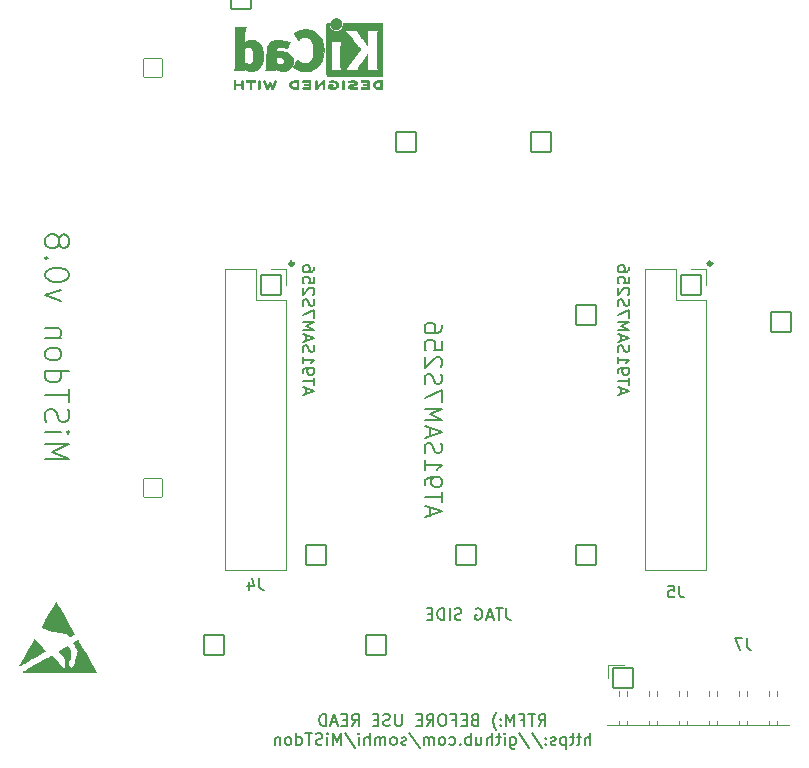
<source format=gbo>
%TF.GenerationSoftware,KiCad,Pcbnew,6.0.11-2627ca5db0~126~ubuntu22.04.1*%
%TF.CreationDate,2023-03-18T13:02:39+01:00*%
%TF.ProjectId,MiSTdon,4d695354-646f-46e2-9e6b-696361645f70,rev?*%
%TF.SameCoordinates,Original*%
%TF.FileFunction,Legend,Bot*%
%TF.FilePolarity,Positive*%
%FSLAX46Y46*%
G04 Gerber Fmt 4.6, Leading zero omitted, Abs format (unit mm)*
G04 Created by KiCad (PCBNEW 6.0.11-2627ca5db0~126~ubuntu22.04.1) date 2023-03-18 13:02:39*
%MOMM*%
%LPD*%
G01*
G04 APERTURE LIST*
G04 Aperture macros list*
%AMRoundRect*
0 Rectangle with rounded corners*
0 $1 Rounding radius*
0 $2 $3 $4 $5 $6 $7 $8 $9 X,Y pos of 4 corners*
0 Add a 4 corners polygon primitive as box body*
4,1,4,$2,$3,$4,$5,$6,$7,$8,$9,$2,$3,0*
0 Add four circle primitives for the rounded corners*
1,1,$1+$1,$2,$3*
1,1,$1+$1,$4,$5*
1,1,$1+$1,$6,$7*
1,1,$1+$1,$8,$9*
0 Add four rect primitives between the rounded corners*
20,1,$1+$1,$2,$3,$4,$5,0*
20,1,$1+$1,$4,$5,$6,$7,0*
20,1,$1+$1,$6,$7,$8,$9,0*
20,1,$1+$1,$8,$9,$2,$3,0*%
G04 Aperture macros list end*
%ADD10C,0.150000*%
%ADD11C,0.329000*%
%ADD12C,0.010000*%
%ADD13C,0.120000*%
%ADD14C,4.100000*%
%ADD15RoundRect,0.050000X-0.800000X0.800000X-0.800000X-0.800000X0.800000X-0.800000X0.800000X0.800000X0*%
%ADD16C,1.700000*%
%ADD17RoundRect,0.050000X0.850000X-0.850000X0.850000X0.850000X-0.850000X0.850000X-0.850000X-0.850000X0*%
%ADD18O,1.800000X1.800000*%
%ADD19RoundRect,0.050000X0.850000X0.850000X-0.850000X0.850000X-0.850000X-0.850000X0.850000X-0.850000X0*%
%ADD20RoundRect,0.050000X-0.850000X-0.850000X0.850000X-0.850000X0.850000X0.850000X-0.850000X0.850000X0*%
%ADD21C,2.100000*%
G04 APERTURE END LIST*
D10*
X143168285Y-107402380D02*
X143168285Y-108116666D01*
X143215904Y-108259523D01*
X143311142Y-108354761D01*
X143454000Y-108402380D01*
X143549238Y-108402380D01*
X142834952Y-107402380D02*
X142263523Y-107402380D01*
X142549238Y-108402380D02*
X142549238Y-107402380D01*
X141977809Y-108116666D02*
X141501619Y-108116666D01*
X142073047Y-108402380D02*
X141739714Y-107402380D01*
X141406380Y-108402380D01*
X140549238Y-107450000D02*
X140644476Y-107402380D01*
X140787333Y-107402380D01*
X140930190Y-107450000D01*
X141025428Y-107545238D01*
X141073047Y-107640476D01*
X141120666Y-107830952D01*
X141120666Y-107973809D01*
X141073047Y-108164285D01*
X141025428Y-108259523D01*
X140930190Y-108354761D01*
X140787333Y-108402380D01*
X140692095Y-108402380D01*
X140549238Y-108354761D01*
X140501619Y-108307142D01*
X140501619Y-107973809D01*
X140692095Y-107973809D01*
X139358761Y-108354761D02*
X139215904Y-108402380D01*
X138977809Y-108402380D01*
X138882571Y-108354761D01*
X138834952Y-108307142D01*
X138787333Y-108211904D01*
X138787333Y-108116666D01*
X138834952Y-108021428D01*
X138882571Y-107973809D01*
X138977809Y-107926190D01*
X139168285Y-107878571D01*
X139263523Y-107830952D01*
X139311142Y-107783333D01*
X139358761Y-107688095D01*
X139358761Y-107592857D01*
X139311142Y-107497619D01*
X139263523Y-107450000D01*
X139168285Y-107402380D01*
X138930190Y-107402380D01*
X138787333Y-107450000D01*
X138358761Y-108402380D02*
X138358761Y-107402380D01*
X137882571Y-108402380D02*
X137882571Y-107402380D01*
X137644476Y-107402380D01*
X137501619Y-107450000D01*
X137406380Y-107545238D01*
X137358761Y-107640476D01*
X137311142Y-107830952D01*
X137311142Y-107973809D01*
X137358761Y-108164285D01*
X137406380Y-108259523D01*
X137501619Y-108354761D01*
X137644476Y-108402380D01*
X137882571Y-108402380D01*
X136882571Y-107878571D02*
X136549238Y-107878571D01*
X136406380Y-108402380D02*
X136882571Y-108402380D01*
X136882571Y-107402380D01*
X136406380Y-107402380D01*
X136656000Y-99582857D02*
X136656000Y-98868571D01*
X136227428Y-99725714D02*
X137727428Y-99225714D01*
X136227428Y-98725714D01*
X137727428Y-98440000D02*
X137727428Y-97582857D01*
X136227428Y-98011428D02*
X137727428Y-98011428D01*
X136227428Y-97011428D02*
X136227428Y-96725714D01*
X136298857Y-96582857D01*
X136370285Y-96511428D01*
X136584571Y-96368571D01*
X136870285Y-96297142D01*
X137441714Y-96297142D01*
X137584571Y-96368571D01*
X137656000Y-96440000D01*
X137727428Y-96582857D01*
X137727428Y-96868571D01*
X137656000Y-97011428D01*
X137584571Y-97082857D01*
X137441714Y-97154285D01*
X137084571Y-97154285D01*
X136941714Y-97082857D01*
X136870285Y-97011428D01*
X136798857Y-96868571D01*
X136798857Y-96582857D01*
X136870285Y-96440000D01*
X136941714Y-96368571D01*
X137084571Y-96297142D01*
X136227428Y-94868571D02*
X136227428Y-95725714D01*
X136227428Y-95297142D02*
X137727428Y-95297142D01*
X137513142Y-95440000D01*
X137370285Y-95582857D01*
X137298857Y-95725714D01*
X136298857Y-94297142D02*
X136227428Y-94082857D01*
X136227428Y-93725714D01*
X136298857Y-93582857D01*
X136370285Y-93511428D01*
X136513142Y-93440000D01*
X136656000Y-93440000D01*
X136798857Y-93511428D01*
X136870285Y-93582857D01*
X136941714Y-93725714D01*
X137013142Y-94011428D01*
X137084571Y-94154285D01*
X137156000Y-94225714D01*
X137298857Y-94297142D01*
X137441714Y-94297142D01*
X137584571Y-94225714D01*
X137656000Y-94154285D01*
X137727428Y-94011428D01*
X137727428Y-93654285D01*
X137656000Y-93440000D01*
X136656000Y-92868571D02*
X136656000Y-92154285D01*
X136227428Y-93011428D02*
X137727428Y-92511428D01*
X136227428Y-92011428D01*
X136227428Y-91511428D02*
X137727428Y-91511428D01*
X136656000Y-91011428D01*
X137727428Y-90511428D01*
X136227428Y-90511428D01*
X137727428Y-89940000D02*
X137727428Y-88940000D01*
X136227428Y-89582857D01*
X136298857Y-88440000D02*
X136227428Y-88225714D01*
X136227428Y-87868571D01*
X136298857Y-87725714D01*
X136370285Y-87654285D01*
X136513142Y-87582857D01*
X136656000Y-87582857D01*
X136798857Y-87654285D01*
X136870285Y-87725714D01*
X136941714Y-87868571D01*
X137013142Y-88154285D01*
X137084571Y-88297142D01*
X137156000Y-88368571D01*
X137298857Y-88440000D01*
X137441714Y-88440000D01*
X137584571Y-88368571D01*
X137656000Y-88297142D01*
X137727428Y-88154285D01*
X137727428Y-87797142D01*
X137656000Y-87582857D01*
X137584571Y-87011428D02*
X137656000Y-86940000D01*
X137727428Y-86797142D01*
X137727428Y-86440000D01*
X137656000Y-86297142D01*
X137584571Y-86225714D01*
X137441714Y-86154285D01*
X137298857Y-86154285D01*
X137084571Y-86225714D01*
X136227428Y-87082857D01*
X136227428Y-86154285D01*
X137727428Y-84797142D02*
X137727428Y-85511428D01*
X137013142Y-85582857D01*
X137084571Y-85511428D01*
X137156000Y-85368571D01*
X137156000Y-85011428D01*
X137084571Y-84868571D01*
X137013142Y-84797142D01*
X136870285Y-84725714D01*
X136513142Y-84725714D01*
X136370285Y-84797142D01*
X136298857Y-84868571D01*
X136227428Y-85011428D01*
X136227428Y-85368571D01*
X136298857Y-85511428D01*
X136370285Y-85582857D01*
X137727428Y-83440000D02*
X137727428Y-83725714D01*
X137656000Y-83868571D01*
X137584571Y-83940000D01*
X137370285Y-84082857D01*
X137084571Y-84154285D01*
X136513142Y-84154285D01*
X136370285Y-84082857D01*
X136298857Y-84011428D01*
X136227428Y-83868571D01*
X136227428Y-83582857D01*
X136298857Y-83440000D01*
X136370285Y-83368571D01*
X136513142Y-83297142D01*
X136870285Y-83297142D01*
X137013142Y-83368571D01*
X137084571Y-83440000D01*
X137156000Y-83582857D01*
X137156000Y-83868571D01*
X137084571Y-84011428D01*
X137013142Y-84082857D01*
X136870285Y-84154285D01*
D11*
X125132500Y-78232000D02*
G75*
G03*
X125132500Y-78232000I-164500J0D01*
G01*
X160565500Y-78232000D02*
G75*
G03*
X160565500Y-78232000I-164500J0D01*
G01*
D10*
X104124238Y-94820190D02*
X106124238Y-94820190D01*
X104695666Y-94153523D01*
X106124238Y-93486857D01*
X104124238Y-93486857D01*
X104124238Y-92534476D02*
X105457571Y-92534476D01*
X106124238Y-92534476D02*
X106029000Y-92629714D01*
X105933761Y-92534476D01*
X106029000Y-92439238D01*
X106124238Y-92534476D01*
X105933761Y-92534476D01*
X104219476Y-91677333D02*
X104124238Y-91391619D01*
X104124238Y-90915428D01*
X104219476Y-90724952D01*
X104314714Y-90629714D01*
X104505190Y-90534476D01*
X104695666Y-90534476D01*
X104886142Y-90629714D01*
X104981380Y-90724952D01*
X105076619Y-90915428D01*
X105171857Y-91296380D01*
X105267095Y-91486857D01*
X105362333Y-91582095D01*
X105552809Y-91677333D01*
X105743285Y-91677333D01*
X105933761Y-91582095D01*
X106029000Y-91486857D01*
X106124238Y-91296380D01*
X106124238Y-90820190D01*
X106029000Y-90534476D01*
X106124238Y-89963047D02*
X106124238Y-88820190D01*
X104124238Y-89391619D02*
X106124238Y-89391619D01*
X104124238Y-87296380D02*
X106124238Y-87296380D01*
X104219476Y-87296380D02*
X104124238Y-87486857D01*
X104124238Y-87867809D01*
X104219476Y-88058285D01*
X104314714Y-88153523D01*
X104505190Y-88248761D01*
X105076619Y-88248761D01*
X105267095Y-88153523D01*
X105362333Y-88058285D01*
X105457571Y-87867809D01*
X105457571Y-87486857D01*
X105362333Y-87296380D01*
X104124238Y-86058285D02*
X104219476Y-86248761D01*
X104314714Y-86344000D01*
X104505190Y-86439238D01*
X105076619Y-86439238D01*
X105267095Y-86344000D01*
X105362333Y-86248761D01*
X105457571Y-86058285D01*
X105457571Y-85772571D01*
X105362333Y-85582095D01*
X105267095Y-85486857D01*
X105076619Y-85391619D01*
X104505190Y-85391619D01*
X104314714Y-85486857D01*
X104219476Y-85582095D01*
X104124238Y-85772571D01*
X104124238Y-86058285D01*
X105457571Y-84534476D02*
X104124238Y-84534476D01*
X105267095Y-84534476D02*
X105362333Y-84439238D01*
X105457571Y-84248761D01*
X105457571Y-83963047D01*
X105362333Y-83772571D01*
X105171857Y-83677333D01*
X104124238Y-83677333D01*
X105457571Y-81391619D02*
X104124238Y-80915428D01*
X105457571Y-80439238D01*
X106124238Y-79296380D02*
X106124238Y-79105904D01*
X106029000Y-78915428D01*
X105933761Y-78820190D01*
X105743285Y-78724952D01*
X105362333Y-78629714D01*
X104886142Y-78629714D01*
X104505190Y-78724952D01*
X104314714Y-78820190D01*
X104219476Y-78915428D01*
X104124238Y-79105904D01*
X104124238Y-79296380D01*
X104219476Y-79486857D01*
X104314714Y-79582095D01*
X104505190Y-79677333D01*
X104886142Y-79772571D01*
X105362333Y-79772571D01*
X105743285Y-79677333D01*
X105933761Y-79582095D01*
X106029000Y-79486857D01*
X106124238Y-79296380D01*
X104314714Y-77772571D02*
X104219476Y-77677333D01*
X104124238Y-77772571D01*
X104219476Y-77867809D01*
X104314714Y-77772571D01*
X104124238Y-77772571D01*
X105267095Y-76534476D02*
X105362333Y-76724952D01*
X105457571Y-76820190D01*
X105648047Y-76915428D01*
X105743285Y-76915428D01*
X105933761Y-76820190D01*
X106029000Y-76724952D01*
X106124238Y-76534476D01*
X106124238Y-76153523D01*
X106029000Y-75963047D01*
X105933761Y-75867809D01*
X105743285Y-75772571D01*
X105648047Y-75772571D01*
X105457571Y-75867809D01*
X105362333Y-75963047D01*
X105267095Y-76153523D01*
X105267095Y-76534476D01*
X105171857Y-76724952D01*
X105076619Y-76820190D01*
X104886142Y-76915428D01*
X104505190Y-76915428D01*
X104314714Y-76820190D01*
X104219476Y-76724952D01*
X104124238Y-76534476D01*
X104124238Y-76153523D01*
X104219476Y-75963047D01*
X104314714Y-75867809D01*
X104505190Y-75772571D01*
X104886142Y-75772571D01*
X105076619Y-75867809D01*
X105171857Y-75963047D01*
X105267095Y-76153523D01*
X152868333Y-89248571D02*
X152868333Y-88772380D01*
X152582619Y-89343809D02*
X153582619Y-89010476D01*
X152582619Y-88677142D01*
X153582619Y-88486666D02*
X153582619Y-87915238D01*
X152582619Y-88200952D02*
X153582619Y-88200952D01*
X152582619Y-87534285D02*
X152582619Y-87343809D01*
X152630238Y-87248571D01*
X152677857Y-87200952D01*
X152820714Y-87105714D01*
X153011190Y-87058095D01*
X153392142Y-87058095D01*
X153487380Y-87105714D01*
X153535000Y-87153333D01*
X153582619Y-87248571D01*
X153582619Y-87439047D01*
X153535000Y-87534285D01*
X153487380Y-87581904D01*
X153392142Y-87629523D01*
X153154047Y-87629523D01*
X153058809Y-87581904D01*
X153011190Y-87534285D01*
X152963571Y-87439047D01*
X152963571Y-87248571D01*
X153011190Y-87153333D01*
X153058809Y-87105714D01*
X153154047Y-87058095D01*
X152582619Y-86105714D02*
X152582619Y-86677142D01*
X152582619Y-86391428D02*
X153582619Y-86391428D01*
X153439761Y-86486666D01*
X153344523Y-86581904D01*
X153296904Y-86677142D01*
X152630238Y-85724761D02*
X152582619Y-85581904D01*
X152582619Y-85343809D01*
X152630238Y-85248571D01*
X152677857Y-85200952D01*
X152773095Y-85153333D01*
X152868333Y-85153333D01*
X152963571Y-85200952D01*
X153011190Y-85248571D01*
X153058809Y-85343809D01*
X153106428Y-85534285D01*
X153154047Y-85629523D01*
X153201666Y-85677142D01*
X153296904Y-85724761D01*
X153392142Y-85724761D01*
X153487380Y-85677142D01*
X153535000Y-85629523D01*
X153582619Y-85534285D01*
X153582619Y-85296190D01*
X153535000Y-85153333D01*
X152868333Y-84772380D02*
X152868333Y-84296190D01*
X152582619Y-84867619D02*
X153582619Y-84534285D01*
X152582619Y-84200952D01*
X152582619Y-83867619D02*
X153582619Y-83867619D01*
X152868333Y-83534285D01*
X153582619Y-83200952D01*
X152582619Y-83200952D01*
X153582619Y-82820000D02*
X153582619Y-82153333D01*
X152582619Y-82581904D01*
X152630238Y-81820000D02*
X152582619Y-81677142D01*
X152582619Y-81439047D01*
X152630238Y-81343809D01*
X152677857Y-81296190D01*
X152773095Y-81248571D01*
X152868333Y-81248571D01*
X152963571Y-81296190D01*
X153011190Y-81343809D01*
X153058809Y-81439047D01*
X153106428Y-81629523D01*
X153154047Y-81724761D01*
X153201666Y-81772380D01*
X153296904Y-81820000D01*
X153392142Y-81820000D01*
X153487380Y-81772380D01*
X153535000Y-81724761D01*
X153582619Y-81629523D01*
X153582619Y-81391428D01*
X153535000Y-81248571D01*
X153487380Y-80867619D02*
X153535000Y-80820000D01*
X153582619Y-80724761D01*
X153582619Y-80486666D01*
X153535000Y-80391428D01*
X153487380Y-80343809D01*
X153392142Y-80296190D01*
X153296904Y-80296190D01*
X153154047Y-80343809D01*
X152582619Y-80915238D01*
X152582619Y-80296190D01*
X153582619Y-79391428D02*
X153582619Y-79867619D01*
X153106428Y-79915238D01*
X153154047Y-79867619D01*
X153201666Y-79772380D01*
X153201666Y-79534285D01*
X153154047Y-79439047D01*
X153106428Y-79391428D01*
X153011190Y-79343809D01*
X152773095Y-79343809D01*
X152677857Y-79391428D01*
X152630238Y-79439047D01*
X152582619Y-79534285D01*
X152582619Y-79772380D01*
X152630238Y-79867619D01*
X152677857Y-79915238D01*
X153582619Y-78486666D02*
X153582619Y-78677142D01*
X153535000Y-78772380D01*
X153487380Y-78820000D01*
X153344523Y-78915238D01*
X153154047Y-78962857D01*
X152773095Y-78962857D01*
X152677857Y-78915238D01*
X152630238Y-78867619D01*
X152582619Y-78772380D01*
X152582619Y-78581904D01*
X152630238Y-78486666D01*
X152677857Y-78439047D01*
X152773095Y-78391428D01*
X153011190Y-78391428D01*
X153106428Y-78439047D01*
X153154047Y-78486666D01*
X153201666Y-78581904D01*
X153201666Y-78772380D01*
X153154047Y-78867619D01*
X153106428Y-78915238D01*
X153011190Y-78962857D01*
X126198333Y-89248571D02*
X126198333Y-88772380D01*
X125912619Y-89343809D02*
X126912619Y-89010476D01*
X125912619Y-88677142D01*
X126912619Y-88486666D02*
X126912619Y-87915238D01*
X125912619Y-88200952D02*
X126912619Y-88200952D01*
X125912619Y-87534285D02*
X125912619Y-87343809D01*
X125960238Y-87248571D01*
X126007857Y-87200952D01*
X126150714Y-87105714D01*
X126341190Y-87058095D01*
X126722142Y-87058095D01*
X126817380Y-87105714D01*
X126865000Y-87153333D01*
X126912619Y-87248571D01*
X126912619Y-87439047D01*
X126865000Y-87534285D01*
X126817380Y-87581904D01*
X126722142Y-87629523D01*
X126484047Y-87629523D01*
X126388809Y-87581904D01*
X126341190Y-87534285D01*
X126293571Y-87439047D01*
X126293571Y-87248571D01*
X126341190Y-87153333D01*
X126388809Y-87105714D01*
X126484047Y-87058095D01*
X125912619Y-86105714D02*
X125912619Y-86677142D01*
X125912619Y-86391428D02*
X126912619Y-86391428D01*
X126769761Y-86486666D01*
X126674523Y-86581904D01*
X126626904Y-86677142D01*
X125960238Y-85724761D02*
X125912619Y-85581904D01*
X125912619Y-85343809D01*
X125960238Y-85248571D01*
X126007857Y-85200952D01*
X126103095Y-85153333D01*
X126198333Y-85153333D01*
X126293571Y-85200952D01*
X126341190Y-85248571D01*
X126388809Y-85343809D01*
X126436428Y-85534285D01*
X126484047Y-85629523D01*
X126531666Y-85677142D01*
X126626904Y-85724761D01*
X126722142Y-85724761D01*
X126817380Y-85677142D01*
X126865000Y-85629523D01*
X126912619Y-85534285D01*
X126912619Y-85296190D01*
X126865000Y-85153333D01*
X126198333Y-84772380D02*
X126198333Y-84296190D01*
X125912619Y-84867619D02*
X126912619Y-84534285D01*
X125912619Y-84200952D01*
X125912619Y-83867619D02*
X126912619Y-83867619D01*
X126198333Y-83534285D01*
X126912619Y-83200952D01*
X125912619Y-83200952D01*
X126912619Y-82820000D02*
X126912619Y-82153333D01*
X125912619Y-82581904D01*
X125960238Y-81820000D02*
X125912619Y-81677142D01*
X125912619Y-81439047D01*
X125960238Y-81343809D01*
X126007857Y-81296190D01*
X126103095Y-81248571D01*
X126198333Y-81248571D01*
X126293571Y-81296190D01*
X126341190Y-81343809D01*
X126388809Y-81439047D01*
X126436428Y-81629523D01*
X126484047Y-81724761D01*
X126531666Y-81772380D01*
X126626904Y-81820000D01*
X126722142Y-81820000D01*
X126817380Y-81772380D01*
X126865000Y-81724761D01*
X126912619Y-81629523D01*
X126912619Y-81391428D01*
X126865000Y-81248571D01*
X126817380Y-80867619D02*
X126865000Y-80820000D01*
X126912619Y-80724761D01*
X126912619Y-80486666D01*
X126865000Y-80391428D01*
X126817380Y-80343809D01*
X126722142Y-80296190D01*
X126626904Y-80296190D01*
X126484047Y-80343809D01*
X125912619Y-80915238D01*
X125912619Y-80296190D01*
X126912619Y-79391428D02*
X126912619Y-79867619D01*
X126436428Y-79915238D01*
X126484047Y-79867619D01*
X126531666Y-79772380D01*
X126531666Y-79534285D01*
X126484047Y-79439047D01*
X126436428Y-79391428D01*
X126341190Y-79343809D01*
X126103095Y-79343809D01*
X126007857Y-79391428D01*
X125960238Y-79439047D01*
X125912619Y-79534285D01*
X125912619Y-79772380D01*
X125960238Y-79867619D01*
X126007857Y-79915238D01*
X126912619Y-78486666D02*
X126912619Y-78677142D01*
X126865000Y-78772380D01*
X126817380Y-78820000D01*
X126674523Y-78915238D01*
X126484047Y-78962857D01*
X126103095Y-78962857D01*
X126007857Y-78915238D01*
X125960238Y-78867619D01*
X125912619Y-78772380D01*
X125912619Y-78581904D01*
X125960238Y-78486666D01*
X126007857Y-78439047D01*
X126103095Y-78391428D01*
X126341190Y-78391428D01*
X126436428Y-78439047D01*
X126484047Y-78486666D01*
X126531666Y-78581904D01*
X126531666Y-78772380D01*
X126484047Y-78867619D01*
X126436428Y-78915238D01*
X126341190Y-78962857D01*
X145882190Y-117376380D02*
X146215523Y-116900190D01*
X146453619Y-117376380D02*
X146453619Y-116376380D01*
X146072666Y-116376380D01*
X145977428Y-116424000D01*
X145929809Y-116471619D01*
X145882190Y-116566857D01*
X145882190Y-116709714D01*
X145929809Y-116804952D01*
X145977428Y-116852571D01*
X146072666Y-116900190D01*
X146453619Y-116900190D01*
X145596476Y-116376380D02*
X145025047Y-116376380D01*
X145310761Y-117376380D02*
X145310761Y-116376380D01*
X144358380Y-116852571D02*
X144691714Y-116852571D01*
X144691714Y-117376380D02*
X144691714Y-116376380D01*
X144215523Y-116376380D01*
X143834571Y-117376380D02*
X143834571Y-116376380D01*
X143501238Y-117090666D01*
X143167904Y-116376380D01*
X143167904Y-117376380D01*
X142691714Y-117281142D02*
X142644095Y-117328761D01*
X142691714Y-117376380D01*
X142739333Y-117328761D01*
X142691714Y-117281142D01*
X142691714Y-117376380D01*
X142691714Y-116757333D02*
X142644095Y-116804952D01*
X142691714Y-116852571D01*
X142739333Y-116804952D01*
X142691714Y-116757333D01*
X142691714Y-116852571D01*
X142310761Y-117757333D02*
X142263142Y-117709714D01*
X142167904Y-117566857D01*
X142120285Y-117471619D01*
X142072666Y-117328761D01*
X142025047Y-117090666D01*
X142025047Y-116900190D01*
X142072666Y-116662095D01*
X142120285Y-116519238D01*
X142167904Y-116424000D01*
X142263142Y-116281142D01*
X142310761Y-116233523D01*
X140453619Y-116852571D02*
X140310761Y-116900190D01*
X140263142Y-116947809D01*
X140215523Y-117043047D01*
X140215523Y-117185904D01*
X140263142Y-117281142D01*
X140310761Y-117328761D01*
X140406000Y-117376380D01*
X140786952Y-117376380D01*
X140786952Y-116376380D01*
X140453619Y-116376380D01*
X140358380Y-116424000D01*
X140310761Y-116471619D01*
X140263142Y-116566857D01*
X140263142Y-116662095D01*
X140310761Y-116757333D01*
X140358380Y-116804952D01*
X140453619Y-116852571D01*
X140786952Y-116852571D01*
X139786952Y-116852571D02*
X139453619Y-116852571D01*
X139310761Y-117376380D02*
X139786952Y-117376380D01*
X139786952Y-116376380D01*
X139310761Y-116376380D01*
X138548857Y-116852571D02*
X138882190Y-116852571D01*
X138882190Y-117376380D02*
X138882190Y-116376380D01*
X138406000Y-116376380D01*
X137834571Y-116376380D02*
X137644095Y-116376380D01*
X137548857Y-116424000D01*
X137453619Y-116519238D01*
X137406000Y-116709714D01*
X137406000Y-117043047D01*
X137453619Y-117233523D01*
X137548857Y-117328761D01*
X137644095Y-117376380D01*
X137834571Y-117376380D01*
X137929809Y-117328761D01*
X138025047Y-117233523D01*
X138072666Y-117043047D01*
X138072666Y-116709714D01*
X138025047Y-116519238D01*
X137929809Y-116424000D01*
X137834571Y-116376380D01*
X136406000Y-117376380D02*
X136739333Y-116900190D01*
X136977428Y-117376380D02*
X136977428Y-116376380D01*
X136596476Y-116376380D01*
X136501238Y-116424000D01*
X136453619Y-116471619D01*
X136406000Y-116566857D01*
X136406000Y-116709714D01*
X136453619Y-116804952D01*
X136501238Y-116852571D01*
X136596476Y-116900190D01*
X136977428Y-116900190D01*
X135977428Y-116852571D02*
X135644095Y-116852571D01*
X135501238Y-117376380D02*
X135977428Y-117376380D01*
X135977428Y-116376380D01*
X135501238Y-116376380D01*
X134310761Y-116376380D02*
X134310761Y-117185904D01*
X134263142Y-117281142D01*
X134215523Y-117328761D01*
X134120285Y-117376380D01*
X133929809Y-117376380D01*
X133834571Y-117328761D01*
X133786952Y-117281142D01*
X133739333Y-117185904D01*
X133739333Y-116376380D01*
X133310761Y-117328761D02*
X133167904Y-117376380D01*
X132929809Y-117376380D01*
X132834571Y-117328761D01*
X132786952Y-117281142D01*
X132739333Y-117185904D01*
X132739333Y-117090666D01*
X132786952Y-116995428D01*
X132834571Y-116947809D01*
X132929809Y-116900190D01*
X133120285Y-116852571D01*
X133215523Y-116804952D01*
X133263142Y-116757333D01*
X133310761Y-116662095D01*
X133310761Y-116566857D01*
X133263142Y-116471619D01*
X133215523Y-116424000D01*
X133120285Y-116376380D01*
X132882190Y-116376380D01*
X132739333Y-116424000D01*
X132310761Y-116852571D02*
X131977428Y-116852571D01*
X131834571Y-117376380D02*
X132310761Y-117376380D01*
X132310761Y-116376380D01*
X131834571Y-116376380D01*
X130072666Y-117376380D02*
X130406000Y-116900190D01*
X130644095Y-117376380D02*
X130644095Y-116376380D01*
X130263142Y-116376380D01*
X130167904Y-116424000D01*
X130120285Y-116471619D01*
X130072666Y-116566857D01*
X130072666Y-116709714D01*
X130120285Y-116804952D01*
X130167904Y-116852571D01*
X130263142Y-116900190D01*
X130644095Y-116900190D01*
X129644095Y-116852571D02*
X129310761Y-116852571D01*
X129167904Y-117376380D02*
X129644095Y-117376380D01*
X129644095Y-116376380D01*
X129167904Y-116376380D01*
X128786952Y-117090666D02*
X128310761Y-117090666D01*
X128882190Y-117376380D02*
X128548857Y-116376380D01*
X128215523Y-117376380D01*
X127882190Y-117376380D02*
X127882190Y-116376380D01*
X127644095Y-116376380D01*
X127501238Y-116424000D01*
X127406000Y-116519238D01*
X127358380Y-116614476D01*
X127310761Y-116804952D01*
X127310761Y-116947809D01*
X127358380Y-117138285D01*
X127406000Y-117233523D01*
X127501238Y-117328761D01*
X127644095Y-117376380D01*
X127882190Y-117376380D01*
X150239333Y-118986380D02*
X150239333Y-117986380D01*
X149810761Y-118986380D02*
X149810761Y-118462571D01*
X149858380Y-118367333D01*
X149953619Y-118319714D01*
X150096476Y-118319714D01*
X150191714Y-118367333D01*
X150239333Y-118414952D01*
X149477428Y-118319714D02*
X149096476Y-118319714D01*
X149334571Y-117986380D02*
X149334571Y-118843523D01*
X149286952Y-118938761D01*
X149191714Y-118986380D01*
X149096476Y-118986380D01*
X148906000Y-118319714D02*
X148525047Y-118319714D01*
X148763142Y-117986380D02*
X148763142Y-118843523D01*
X148715523Y-118938761D01*
X148620285Y-118986380D01*
X148525047Y-118986380D01*
X148191714Y-118319714D02*
X148191714Y-119319714D01*
X148191714Y-118367333D02*
X148096476Y-118319714D01*
X147906000Y-118319714D01*
X147810761Y-118367333D01*
X147763142Y-118414952D01*
X147715523Y-118510190D01*
X147715523Y-118795904D01*
X147763142Y-118891142D01*
X147810761Y-118938761D01*
X147906000Y-118986380D01*
X148096476Y-118986380D01*
X148191714Y-118938761D01*
X147334571Y-118938761D02*
X147239333Y-118986380D01*
X147048857Y-118986380D01*
X146953619Y-118938761D01*
X146906000Y-118843523D01*
X146906000Y-118795904D01*
X146953619Y-118700666D01*
X147048857Y-118653047D01*
X147191714Y-118653047D01*
X147286952Y-118605428D01*
X147334571Y-118510190D01*
X147334571Y-118462571D01*
X147286952Y-118367333D01*
X147191714Y-118319714D01*
X147048857Y-118319714D01*
X146953619Y-118367333D01*
X146477428Y-118891142D02*
X146429809Y-118938761D01*
X146477428Y-118986380D01*
X146525047Y-118938761D01*
X146477428Y-118891142D01*
X146477428Y-118986380D01*
X146477428Y-118367333D02*
X146429809Y-118414952D01*
X146477428Y-118462571D01*
X146525047Y-118414952D01*
X146477428Y-118367333D01*
X146477428Y-118462571D01*
X145286952Y-117938761D02*
X146144095Y-119224476D01*
X144239333Y-117938761D02*
X145096476Y-119224476D01*
X143477428Y-118319714D02*
X143477428Y-119129238D01*
X143525047Y-119224476D01*
X143572666Y-119272095D01*
X143667904Y-119319714D01*
X143810761Y-119319714D01*
X143906000Y-119272095D01*
X143477428Y-118938761D02*
X143572666Y-118986380D01*
X143763142Y-118986380D01*
X143858380Y-118938761D01*
X143906000Y-118891142D01*
X143953619Y-118795904D01*
X143953619Y-118510190D01*
X143906000Y-118414952D01*
X143858380Y-118367333D01*
X143763142Y-118319714D01*
X143572666Y-118319714D01*
X143477428Y-118367333D01*
X143001238Y-118986380D02*
X143001238Y-118319714D01*
X143001238Y-117986380D02*
X143048857Y-118034000D01*
X143001238Y-118081619D01*
X142953619Y-118034000D01*
X143001238Y-117986380D01*
X143001238Y-118081619D01*
X142667904Y-118319714D02*
X142286952Y-118319714D01*
X142525047Y-117986380D02*
X142525047Y-118843523D01*
X142477428Y-118938761D01*
X142382190Y-118986380D01*
X142286952Y-118986380D01*
X141953619Y-118986380D02*
X141953619Y-117986380D01*
X141525047Y-118986380D02*
X141525047Y-118462571D01*
X141572666Y-118367333D01*
X141667904Y-118319714D01*
X141810761Y-118319714D01*
X141906000Y-118367333D01*
X141953619Y-118414952D01*
X140620285Y-118319714D02*
X140620285Y-118986380D01*
X141048857Y-118319714D02*
X141048857Y-118843523D01*
X141001238Y-118938761D01*
X140906000Y-118986380D01*
X140763142Y-118986380D01*
X140667904Y-118938761D01*
X140620285Y-118891142D01*
X140144095Y-118986380D02*
X140144095Y-117986380D01*
X140144095Y-118367333D02*
X140048857Y-118319714D01*
X139858380Y-118319714D01*
X139763142Y-118367333D01*
X139715523Y-118414952D01*
X139667904Y-118510190D01*
X139667904Y-118795904D01*
X139715523Y-118891142D01*
X139763142Y-118938761D01*
X139858380Y-118986380D01*
X140048857Y-118986380D01*
X140144095Y-118938761D01*
X139239333Y-118891142D02*
X139191714Y-118938761D01*
X139239333Y-118986380D01*
X139286952Y-118938761D01*
X139239333Y-118891142D01*
X139239333Y-118986380D01*
X138334571Y-118938761D02*
X138429809Y-118986380D01*
X138620285Y-118986380D01*
X138715523Y-118938761D01*
X138763142Y-118891142D01*
X138810761Y-118795904D01*
X138810761Y-118510190D01*
X138763142Y-118414952D01*
X138715523Y-118367333D01*
X138620285Y-118319714D01*
X138429809Y-118319714D01*
X138334571Y-118367333D01*
X137763142Y-118986380D02*
X137858380Y-118938761D01*
X137906000Y-118891142D01*
X137953619Y-118795904D01*
X137953619Y-118510190D01*
X137906000Y-118414952D01*
X137858380Y-118367333D01*
X137763142Y-118319714D01*
X137620285Y-118319714D01*
X137525047Y-118367333D01*
X137477428Y-118414952D01*
X137429809Y-118510190D01*
X137429809Y-118795904D01*
X137477428Y-118891142D01*
X137525047Y-118938761D01*
X137620285Y-118986380D01*
X137763142Y-118986380D01*
X137001238Y-118986380D02*
X137001238Y-118319714D01*
X137001238Y-118414952D02*
X136953619Y-118367333D01*
X136858380Y-118319714D01*
X136715523Y-118319714D01*
X136620285Y-118367333D01*
X136572666Y-118462571D01*
X136572666Y-118986380D01*
X136572666Y-118462571D02*
X136525047Y-118367333D01*
X136429809Y-118319714D01*
X136286952Y-118319714D01*
X136191714Y-118367333D01*
X136144095Y-118462571D01*
X136144095Y-118986380D01*
X134953619Y-117938761D02*
X135810761Y-119224476D01*
X134667904Y-118938761D02*
X134572666Y-118986380D01*
X134382190Y-118986380D01*
X134286952Y-118938761D01*
X134239333Y-118843523D01*
X134239333Y-118795904D01*
X134286952Y-118700666D01*
X134382190Y-118653047D01*
X134525047Y-118653047D01*
X134620285Y-118605428D01*
X134667904Y-118510190D01*
X134667904Y-118462571D01*
X134620285Y-118367333D01*
X134525047Y-118319714D01*
X134382190Y-118319714D01*
X134286952Y-118367333D01*
X133667904Y-118986380D02*
X133763142Y-118938761D01*
X133810761Y-118891142D01*
X133858380Y-118795904D01*
X133858380Y-118510190D01*
X133810761Y-118414952D01*
X133763142Y-118367333D01*
X133667904Y-118319714D01*
X133525047Y-118319714D01*
X133429809Y-118367333D01*
X133382190Y-118414952D01*
X133334571Y-118510190D01*
X133334571Y-118795904D01*
X133382190Y-118891142D01*
X133429809Y-118938761D01*
X133525047Y-118986380D01*
X133667904Y-118986380D01*
X132906000Y-118986380D02*
X132906000Y-118319714D01*
X132906000Y-118414952D02*
X132858380Y-118367333D01*
X132763142Y-118319714D01*
X132620285Y-118319714D01*
X132525047Y-118367333D01*
X132477428Y-118462571D01*
X132477428Y-118986380D01*
X132477428Y-118462571D02*
X132429809Y-118367333D01*
X132334571Y-118319714D01*
X132191714Y-118319714D01*
X132096476Y-118367333D01*
X132048857Y-118462571D01*
X132048857Y-118986380D01*
X131572666Y-118986380D02*
X131572666Y-117986380D01*
X131144095Y-118986380D02*
X131144095Y-118462571D01*
X131191714Y-118367333D01*
X131286952Y-118319714D01*
X131429809Y-118319714D01*
X131525047Y-118367333D01*
X131572666Y-118414952D01*
X130667904Y-118986380D02*
X130667904Y-118319714D01*
X130667904Y-117986380D02*
X130715523Y-118034000D01*
X130667904Y-118081619D01*
X130620285Y-118034000D01*
X130667904Y-117986380D01*
X130667904Y-118081619D01*
X129477428Y-117938761D02*
X130334571Y-119224476D01*
X129144095Y-118986380D02*
X129144095Y-117986380D01*
X128810761Y-118700666D01*
X128477428Y-117986380D01*
X128477428Y-118986380D01*
X128001238Y-118986380D02*
X128001238Y-118319714D01*
X128001238Y-117986380D02*
X128048857Y-118034000D01*
X128001238Y-118081619D01*
X127953619Y-118034000D01*
X128001238Y-117986380D01*
X128001238Y-118081619D01*
X127572666Y-118938761D02*
X127429809Y-118986380D01*
X127191714Y-118986380D01*
X127096476Y-118938761D01*
X127048857Y-118891142D01*
X127001238Y-118795904D01*
X127001238Y-118700666D01*
X127048857Y-118605428D01*
X127096476Y-118557809D01*
X127191714Y-118510190D01*
X127382190Y-118462571D01*
X127477428Y-118414952D01*
X127525047Y-118367333D01*
X127572666Y-118272095D01*
X127572666Y-118176857D01*
X127525047Y-118081619D01*
X127477428Y-118034000D01*
X127382190Y-117986380D01*
X127144095Y-117986380D01*
X127001238Y-118034000D01*
X126715523Y-117986380D02*
X126144095Y-117986380D01*
X126429809Y-118986380D02*
X126429809Y-117986380D01*
X125382190Y-118986380D02*
X125382190Y-117986380D01*
X125382190Y-118938761D02*
X125477428Y-118986380D01*
X125667904Y-118986380D01*
X125763142Y-118938761D01*
X125810761Y-118891142D01*
X125858380Y-118795904D01*
X125858380Y-118510190D01*
X125810761Y-118414952D01*
X125763142Y-118367333D01*
X125667904Y-118319714D01*
X125477428Y-118319714D01*
X125382190Y-118367333D01*
X124763142Y-118986380D02*
X124858380Y-118938761D01*
X124906000Y-118891142D01*
X124953619Y-118795904D01*
X124953619Y-118510190D01*
X124906000Y-118414952D01*
X124858380Y-118367333D01*
X124763142Y-118319714D01*
X124620285Y-118319714D01*
X124525047Y-118367333D01*
X124477428Y-118414952D01*
X124429809Y-118510190D01*
X124429809Y-118795904D01*
X124477428Y-118891142D01*
X124525047Y-118938761D01*
X124620285Y-118986380D01*
X124763142Y-118986380D01*
X124001238Y-118319714D02*
X124001238Y-118986380D01*
X124001238Y-118414952D02*
X123953619Y-118367333D01*
X123858380Y-118319714D01*
X123715523Y-118319714D01*
X123620285Y-118367333D01*
X123572666Y-118462571D01*
X123572666Y-118986380D01*
%TO.C,J7*%
X163528333Y-109942380D02*
X163528333Y-110656666D01*
X163575952Y-110799523D01*
X163671190Y-110894761D01*
X163814047Y-110942380D01*
X163909285Y-110942380D01*
X163147380Y-109942380D02*
X162480714Y-109942380D01*
X162909285Y-110942380D01*
%TO.C,J4*%
X122253333Y-104862380D02*
X122253333Y-105576666D01*
X122300952Y-105719523D01*
X122396190Y-105814761D01*
X122539047Y-105862380D01*
X122634285Y-105862380D01*
X121348571Y-105195714D02*
X121348571Y-105862380D01*
X121586666Y-104814761D02*
X121824761Y-105529047D01*
X121205714Y-105529047D01*
%TO.C,J5*%
X157813333Y-105497380D02*
X157813333Y-106211666D01*
X157860952Y-106354523D01*
X157956190Y-106449761D01*
X158099047Y-106497380D01*
X158194285Y-106497380D01*
X156860952Y-105497380D02*
X157337142Y-105497380D01*
X157384761Y-105973571D01*
X157337142Y-105925952D01*
X157241904Y-105878333D01*
X157003809Y-105878333D01*
X156908571Y-105925952D01*
X156860952Y-105973571D01*
X156813333Y-106068809D01*
X156813333Y-106306904D01*
X156860952Y-106402142D01*
X156908571Y-106449761D01*
X157003809Y-106497380D01*
X157241904Y-106497380D01*
X157337142Y-106449761D01*
X157384761Y-106402142D01*
%TO.C,REF\u002A\u002A*%
G36*
X132641059Y-58695011D02*
G01*
X132641362Y-58842216D01*
X132641548Y-59006349D01*
X132641642Y-59188352D01*
X132641671Y-59389165D01*
X132641661Y-59609732D01*
X132641636Y-59850992D01*
X132641622Y-60113889D01*
X132641622Y-60156040D01*
X132641646Y-60416668D01*
X132641685Y-60655796D01*
X132641708Y-60874360D01*
X132641687Y-61073295D01*
X132641593Y-61253535D01*
X132641395Y-61416015D01*
X132641063Y-61561670D01*
X132640569Y-61691434D01*
X132639883Y-61806243D01*
X132638976Y-61907030D01*
X132637817Y-61994730D01*
X132636378Y-62070279D01*
X132634629Y-62134611D01*
X132632540Y-62188661D01*
X132630083Y-62233363D01*
X132627227Y-62269652D01*
X132623943Y-62298463D01*
X132620202Y-62320731D01*
X132615974Y-62337390D01*
X132611229Y-62349375D01*
X132605939Y-62357621D01*
X132600073Y-62363062D01*
X132593602Y-62366634D01*
X132586497Y-62369270D01*
X132578728Y-62371906D01*
X132570266Y-62375477D01*
X132565908Y-62377145D01*
X132557395Y-62379111D01*
X132544694Y-62380911D01*
X132526885Y-62382555D01*
X132503049Y-62384047D01*
X132472266Y-62385397D01*
X132433617Y-62386611D01*
X132386182Y-62387697D01*
X132329043Y-62388661D01*
X132261279Y-62389511D01*
X132181971Y-62390253D01*
X132090199Y-62390897D01*
X131985044Y-62391447D01*
X131865587Y-62391913D01*
X131730908Y-62392300D01*
X131580088Y-62392616D01*
X131412206Y-62392869D01*
X131226345Y-62393066D01*
X131021583Y-62393213D01*
X130797002Y-62393318D01*
X130551682Y-62393389D01*
X130284704Y-62393432D01*
X130246321Y-62393437D01*
X129980922Y-62393480D01*
X129737050Y-62393525D01*
X129513783Y-62393548D01*
X129310196Y-62393524D01*
X129125367Y-62393430D01*
X128958373Y-62393243D01*
X128808290Y-62392939D01*
X128674196Y-62392494D01*
X128555166Y-62391885D01*
X128450279Y-62391089D01*
X128358610Y-62390080D01*
X128279237Y-62388837D01*
X128211237Y-62387335D01*
X128153686Y-62385551D01*
X128105662Y-62383461D01*
X128066240Y-62381042D01*
X128034499Y-62378270D01*
X128009514Y-62375121D01*
X127990364Y-62371572D01*
X127976123Y-62367598D01*
X127965871Y-62363178D01*
X127958682Y-62358286D01*
X127953635Y-62352900D01*
X127949805Y-62346996D01*
X127946271Y-62340549D01*
X127942108Y-62333537D01*
X127941025Y-62331687D01*
X127938813Y-62326180D01*
X127936786Y-62317868D01*
X127934938Y-62305809D01*
X127933261Y-62289063D01*
X127931745Y-62266687D01*
X127930383Y-62237740D01*
X127929167Y-62201280D01*
X127928089Y-62156367D01*
X127927140Y-62102057D01*
X127926312Y-62037410D01*
X127925597Y-61961484D01*
X127924987Y-61873338D01*
X127924942Y-61864493D01*
X128216378Y-61864493D01*
X128220260Y-61865765D01*
X128243520Y-61867791D01*
X128285874Y-61869626D01*
X128345132Y-61871227D01*
X128419107Y-61872549D01*
X128505610Y-61873548D01*
X128602452Y-61874180D01*
X128707445Y-61874400D01*
X129405651Y-61874400D01*
X130560090Y-61874400D01*
X130559456Y-61798200D01*
X130560574Y-61756160D01*
X130566304Y-61720334D01*
X130578890Y-61682772D01*
X130600568Y-61634577D01*
X130603789Y-61627897D01*
X130629188Y-61578359D01*
X130655996Y-61530369D01*
X130678917Y-61493466D01*
X130683485Y-61486834D01*
X130705516Y-61455593D01*
X130737693Y-61410654D01*
X130778457Y-61354147D01*
X130826245Y-61288204D01*
X130879498Y-61214957D01*
X130936655Y-61136536D01*
X130996155Y-61055072D01*
X131056437Y-60972698D01*
X131115940Y-60891544D01*
X131173105Y-60813742D01*
X131226370Y-60741423D01*
X131274174Y-60676718D01*
X131314957Y-60621759D01*
X131347158Y-60578676D01*
X131369216Y-60549602D01*
X131379571Y-60536667D01*
X131384044Y-60532351D01*
X131388236Y-60530312D01*
X131391643Y-60532926D01*
X131394325Y-60541986D01*
X131396341Y-60559285D01*
X131397748Y-60586614D01*
X131398605Y-60625765D01*
X131398970Y-60678533D01*
X131398903Y-60746707D01*
X131398460Y-60832082D01*
X131397702Y-60936449D01*
X131396685Y-61061600D01*
X131396308Y-61106300D01*
X131395169Y-61227395D01*
X131393972Y-61328688D01*
X131392636Y-61412262D01*
X131391077Y-61480204D01*
X131389215Y-61534599D01*
X131386966Y-61577532D01*
X131384248Y-61611089D01*
X131380979Y-61637355D01*
X131377078Y-61658416D01*
X131372461Y-61676357D01*
X131364192Y-61702770D01*
X131340583Y-61764772D01*
X131314685Y-61817573D01*
X131289535Y-61854645D01*
X131288339Y-61856075D01*
X131286168Y-61860424D01*
X131288328Y-61864026D01*
X131296644Y-61866951D01*
X131312940Y-61869269D01*
X131339041Y-61871051D01*
X131376771Y-61872367D01*
X131427956Y-61873286D01*
X131494420Y-61873878D01*
X131577987Y-61874215D01*
X131680483Y-61874365D01*
X131803732Y-61874400D01*
X132335296Y-61874400D01*
X132296523Y-61816783D01*
X132290432Y-61807893D01*
X132279976Y-61793069D01*
X132270579Y-61779422D01*
X132262183Y-61765765D01*
X132254733Y-61750911D01*
X132248173Y-61733670D01*
X132242446Y-61712855D01*
X132237495Y-61687280D01*
X132233266Y-61655755D01*
X132229701Y-61617093D01*
X132226744Y-61570107D01*
X132224340Y-61513608D01*
X132222431Y-61446409D01*
X132220962Y-61367322D01*
X132219876Y-61275160D01*
X132219118Y-61168734D01*
X132218630Y-61046857D01*
X132218358Y-60908341D01*
X132218243Y-60751999D01*
X132218231Y-60576642D01*
X132218265Y-60381082D01*
X132218289Y-60164133D01*
X132218280Y-60041513D01*
X132218243Y-59836447D01*
X132218227Y-59652116D01*
X132218288Y-59487334D01*
X132218484Y-59340916D01*
X132218870Y-59211674D01*
X132219505Y-59098422D01*
X132220444Y-58999975D01*
X132221745Y-58915144D01*
X132223464Y-58842744D01*
X132225659Y-58781589D01*
X132228385Y-58730492D01*
X132231701Y-58688267D01*
X132235662Y-58653727D01*
X132240325Y-58625686D01*
X132245747Y-58602958D01*
X132251986Y-58584356D01*
X132259097Y-58568693D01*
X132267138Y-58554784D01*
X132276166Y-58541441D01*
X132286236Y-58527479D01*
X132297407Y-58511711D01*
X132337197Y-58453867D01*
X131277314Y-58453867D01*
X131315311Y-58516966D01*
X131329993Y-58542005D01*
X131344531Y-58569586D01*
X131356627Y-58597700D01*
X131366532Y-58628551D01*
X131374494Y-58664344D01*
X131380761Y-58707283D01*
X131385582Y-58759574D01*
X131389206Y-58823419D01*
X131391881Y-58901025D01*
X131393857Y-58994594D01*
X131395382Y-59106333D01*
X131396704Y-59238445D01*
X131397613Y-59358434D01*
X131398020Y-59475063D01*
X131397767Y-59570531D01*
X131396857Y-59644556D01*
X131395293Y-59696855D01*
X131393079Y-59727149D01*
X131390220Y-59735156D01*
X131387161Y-59731858D01*
X131369006Y-59710408D01*
X131339275Y-59673889D01*
X131299639Y-59624442D01*
X131251771Y-59564207D01*
X131197343Y-59495327D01*
X131138027Y-59419943D01*
X131075495Y-59340196D01*
X131011421Y-59258228D01*
X130947475Y-59176180D01*
X130885331Y-59096194D01*
X130826661Y-59020411D01*
X130773137Y-58950973D01*
X130726430Y-58890021D01*
X130688214Y-58839696D01*
X130660161Y-58802140D01*
X130643943Y-58779495D01*
X130598635Y-58707212D01*
X130558661Y-58627463D01*
X130537130Y-58559188D01*
X130533827Y-58501844D01*
X130539116Y-58453867D01*
X129407356Y-58454117D01*
X129446867Y-58484722D01*
X129456248Y-58492089D01*
X129519183Y-58546438D01*
X129587997Y-58614259D01*
X129664596Y-58697516D01*
X129750888Y-58798178D01*
X129768052Y-58818847D01*
X129808833Y-58868409D01*
X129858588Y-58929326D01*
X129915955Y-58999898D01*
X129979569Y-59078424D01*
X130048069Y-59163204D01*
X130120090Y-59252537D01*
X130194270Y-59344722D01*
X130209517Y-59363702D01*
X130269246Y-59438060D01*
X130343653Y-59530848D01*
X130416131Y-59621388D01*
X130485314Y-59707978D01*
X130549841Y-59788918D01*
X130608347Y-59862506D01*
X130659470Y-59927044D01*
X130701847Y-59980829D01*
X130734115Y-60022162D01*
X130754910Y-60049342D01*
X130762869Y-60060668D01*
X130761111Y-60064771D01*
X130748230Y-60085334D01*
X130723885Y-60121561D01*
X130689247Y-60171824D01*
X130645486Y-60234492D01*
X130593775Y-60307936D01*
X130535284Y-60390527D01*
X130471184Y-60480636D01*
X130402646Y-60576631D01*
X130330843Y-60676885D01*
X130256944Y-60779768D01*
X130182121Y-60883650D01*
X130107545Y-60986901D01*
X130034387Y-61087892D01*
X129963819Y-61184994D01*
X129897011Y-61276577D01*
X129835135Y-61361011D01*
X129779361Y-61436667D01*
X129730862Y-61501916D01*
X129690807Y-61555128D01*
X129660369Y-61594673D01*
X129639944Y-61620026D01*
X129593899Y-61674295D01*
X129543612Y-61730775D01*
X129496815Y-61780669D01*
X129405651Y-61874400D01*
X128707445Y-61874400D01*
X128776356Y-61874349D01*
X128874607Y-61874091D01*
X128964030Y-61873637D01*
X129042333Y-61873010D01*
X129107223Y-61872235D01*
X129156411Y-61871335D01*
X129187604Y-61870334D01*
X129198511Y-61869257D01*
X129197322Y-61866037D01*
X129187176Y-61848452D01*
X129170040Y-61822158D01*
X129161540Y-61809691D01*
X129152329Y-61795622D01*
X129144233Y-61781351D01*
X129137185Y-61765479D01*
X129131117Y-61746609D01*
X129125961Y-61723341D01*
X129121651Y-61694278D01*
X129118119Y-61658021D01*
X129115297Y-61613170D01*
X129113118Y-61558328D01*
X129111514Y-61492097D01*
X129110419Y-61413077D01*
X129109765Y-61319871D01*
X129109484Y-61211079D01*
X129109509Y-61085303D01*
X129109772Y-60941145D01*
X129110206Y-60777207D01*
X129110745Y-60592089D01*
X129111279Y-60413232D01*
X129111805Y-60254374D01*
X129112350Y-60115316D01*
X129112945Y-59994665D01*
X129113619Y-59891028D01*
X129114403Y-59803011D01*
X129115326Y-59729223D01*
X129116419Y-59668269D01*
X129117712Y-59618757D01*
X129119235Y-59579293D01*
X129121019Y-59548484D01*
X129123092Y-59524938D01*
X129125486Y-59507260D01*
X129128230Y-59494059D01*
X129131356Y-59483940D01*
X129134892Y-59475511D01*
X129138791Y-59467375D01*
X129158438Y-59430544D01*
X129177225Y-59400391D01*
X129178272Y-59398908D01*
X129192602Y-59376659D01*
X129198511Y-59363702D01*
X129197504Y-59363249D01*
X129180305Y-59361803D01*
X129143656Y-59360480D01*
X129089962Y-59359316D01*
X129021630Y-59358347D01*
X128941064Y-59357611D01*
X128850670Y-59357142D01*
X128752853Y-59356978D01*
X128307195Y-59356978D01*
X128304120Y-60533845D01*
X128301045Y-61710711D01*
X128274407Y-61769622D01*
X128262485Y-61794183D01*
X128245246Y-61824434D01*
X128232074Y-61841560D01*
X128224076Y-61849591D01*
X128216378Y-61864493D01*
X127924942Y-61864493D01*
X127924474Y-61772029D01*
X127924050Y-61656617D01*
X127923706Y-61526160D01*
X127923434Y-61379716D01*
X127923227Y-61216344D01*
X127923076Y-61035101D01*
X127922972Y-60835048D01*
X127922908Y-60615241D01*
X127922876Y-60374739D01*
X127922867Y-60112602D01*
X127922867Y-57921031D01*
X127961249Y-57882649D01*
X127988355Y-57858911D01*
X128015253Y-57847111D01*
X128051560Y-57844267D01*
X128103489Y-57844267D01*
X128103489Y-57932206D01*
X128105427Y-57982102D01*
X128124199Y-58092523D01*
X128161217Y-58193987D01*
X128214369Y-58285152D01*
X128281546Y-58364673D01*
X128360638Y-58431205D01*
X128449534Y-58483406D01*
X128546125Y-58519930D01*
X128648300Y-58539434D01*
X128753950Y-58540573D01*
X128860964Y-58522005D01*
X128967232Y-58482384D01*
X129064219Y-58424516D01*
X129149293Y-58349684D01*
X129218015Y-58261615D01*
X129268918Y-58162616D01*
X129300535Y-58054993D01*
X129311400Y-57941054D01*
X129311400Y-57844267D01*
X130931753Y-57844267D01*
X131142897Y-57844280D01*
X131347020Y-57844330D01*
X131530686Y-57844430D01*
X131694991Y-57844592D01*
X131841029Y-57844829D01*
X131969894Y-57845153D01*
X132082683Y-57845575D01*
X132180488Y-57846109D01*
X132264404Y-57846767D01*
X132335527Y-57847561D01*
X132394950Y-57848504D01*
X132443768Y-57849608D01*
X132483077Y-57850884D01*
X132513969Y-57852347D01*
X132537541Y-57854007D01*
X132554886Y-57855878D01*
X132567099Y-57857972D01*
X132575275Y-57860300D01*
X132580508Y-57862876D01*
X132586504Y-57866445D01*
X132593279Y-57869978D01*
X132599478Y-57873488D01*
X132605126Y-57877918D01*
X132610247Y-57884208D01*
X132614869Y-57893301D01*
X132619015Y-57906139D01*
X132622713Y-57923662D01*
X132625987Y-57946813D01*
X132628863Y-57976534D01*
X132631367Y-58013765D01*
X132633524Y-58059449D01*
X132635360Y-58114527D01*
X132636900Y-58179941D01*
X132638170Y-58256633D01*
X132639195Y-58345544D01*
X132640001Y-58447617D01*
X132640034Y-58453867D01*
X132640614Y-58563792D01*
X132641059Y-58695011D01*
G37*
D12*
X132641059Y-58695011D02*
X132641362Y-58842216D01*
X132641548Y-59006349D01*
X132641642Y-59188352D01*
X132641671Y-59389165D01*
X132641661Y-59609732D01*
X132641636Y-59850992D01*
X132641622Y-60113889D01*
X132641622Y-60156040D01*
X132641646Y-60416668D01*
X132641685Y-60655796D01*
X132641708Y-60874360D01*
X132641687Y-61073295D01*
X132641593Y-61253535D01*
X132641395Y-61416015D01*
X132641063Y-61561670D01*
X132640569Y-61691434D01*
X132639883Y-61806243D01*
X132638976Y-61907030D01*
X132637817Y-61994730D01*
X132636378Y-62070279D01*
X132634629Y-62134611D01*
X132632540Y-62188661D01*
X132630083Y-62233363D01*
X132627227Y-62269652D01*
X132623943Y-62298463D01*
X132620202Y-62320731D01*
X132615974Y-62337390D01*
X132611229Y-62349375D01*
X132605939Y-62357621D01*
X132600073Y-62363062D01*
X132593602Y-62366634D01*
X132586497Y-62369270D01*
X132578728Y-62371906D01*
X132570266Y-62375477D01*
X132565908Y-62377145D01*
X132557395Y-62379111D01*
X132544694Y-62380911D01*
X132526885Y-62382555D01*
X132503049Y-62384047D01*
X132472266Y-62385397D01*
X132433617Y-62386611D01*
X132386182Y-62387697D01*
X132329043Y-62388661D01*
X132261279Y-62389511D01*
X132181971Y-62390253D01*
X132090199Y-62390897D01*
X131985044Y-62391447D01*
X131865587Y-62391913D01*
X131730908Y-62392300D01*
X131580088Y-62392616D01*
X131412206Y-62392869D01*
X131226345Y-62393066D01*
X131021583Y-62393213D01*
X130797002Y-62393318D01*
X130551682Y-62393389D01*
X130284704Y-62393432D01*
X130246321Y-62393437D01*
X129980922Y-62393480D01*
X129737050Y-62393525D01*
X129513783Y-62393548D01*
X129310196Y-62393524D01*
X129125367Y-62393430D01*
X128958373Y-62393243D01*
X128808290Y-62392939D01*
X128674196Y-62392494D01*
X128555166Y-62391885D01*
X128450279Y-62391089D01*
X128358610Y-62390080D01*
X128279237Y-62388837D01*
X128211237Y-62387335D01*
X128153686Y-62385551D01*
X128105662Y-62383461D01*
X128066240Y-62381042D01*
X128034499Y-62378270D01*
X128009514Y-62375121D01*
X127990364Y-62371572D01*
X127976123Y-62367598D01*
X127965871Y-62363178D01*
X127958682Y-62358286D01*
X127953635Y-62352900D01*
X127949805Y-62346996D01*
X127946271Y-62340549D01*
X127942108Y-62333537D01*
X127941025Y-62331687D01*
X127938813Y-62326180D01*
X127936786Y-62317868D01*
X127934938Y-62305809D01*
X127933261Y-62289063D01*
X127931745Y-62266687D01*
X127930383Y-62237740D01*
X127929167Y-62201280D01*
X127928089Y-62156367D01*
X127927140Y-62102057D01*
X127926312Y-62037410D01*
X127925597Y-61961484D01*
X127924987Y-61873338D01*
X127924942Y-61864493D01*
X128216378Y-61864493D01*
X128220260Y-61865765D01*
X128243520Y-61867791D01*
X128285874Y-61869626D01*
X128345132Y-61871227D01*
X128419107Y-61872549D01*
X128505610Y-61873548D01*
X128602452Y-61874180D01*
X128707445Y-61874400D01*
X129405651Y-61874400D01*
X130560090Y-61874400D01*
X130559456Y-61798200D01*
X130560574Y-61756160D01*
X130566304Y-61720334D01*
X130578890Y-61682772D01*
X130600568Y-61634577D01*
X130603789Y-61627897D01*
X130629188Y-61578359D01*
X130655996Y-61530369D01*
X130678917Y-61493466D01*
X130683485Y-61486834D01*
X130705516Y-61455593D01*
X130737693Y-61410654D01*
X130778457Y-61354147D01*
X130826245Y-61288204D01*
X130879498Y-61214957D01*
X130936655Y-61136536D01*
X130996155Y-61055072D01*
X131056437Y-60972698D01*
X131115940Y-60891544D01*
X131173105Y-60813742D01*
X131226370Y-60741423D01*
X131274174Y-60676718D01*
X131314957Y-60621759D01*
X131347158Y-60578676D01*
X131369216Y-60549602D01*
X131379571Y-60536667D01*
X131384044Y-60532351D01*
X131388236Y-60530312D01*
X131391643Y-60532926D01*
X131394325Y-60541986D01*
X131396341Y-60559285D01*
X131397748Y-60586614D01*
X131398605Y-60625765D01*
X131398970Y-60678533D01*
X131398903Y-60746707D01*
X131398460Y-60832082D01*
X131397702Y-60936449D01*
X131396685Y-61061600D01*
X131396308Y-61106300D01*
X131395169Y-61227395D01*
X131393972Y-61328688D01*
X131392636Y-61412262D01*
X131391077Y-61480204D01*
X131389215Y-61534599D01*
X131386966Y-61577532D01*
X131384248Y-61611089D01*
X131380979Y-61637355D01*
X131377078Y-61658416D01*
X131372461Y-61676357D01*
X131364192Y-61702770D01*
X131340583Y-61764772D01*
X131314685Y-61817573D01*
X131289535Y-61854645D01*
X131288339Y-61856075D01*
X131286168Y-61860424D01*
X131288328Y-61864026D01*
X131296644Y-61866951D01*
X131312940Y-61869269D01*
X131339041Y-61871051D01*
X131376771Y-61872367D01*
X131427956Y-61873286D01*
X131494420Y-61873878D01*
X131577987Y-61874215D01*
X131680483Y-61874365D01*
X131803732Y-61874400D01*
X132335296Y-61874400D01*
X132296523Y-61816783D01*
X132290432Y-61807893D01*
X132279976Y-61793069D01*
X132270579Y-61779422D01*
X132262183Y-61765765D01*
X132254733Y-61750911D01*
X132248173Y-61733670D01*
X132242446Y-61712855D01*
X132237495Y-61687280D01*
X132233266Y-61655755D01*
X132229701Y-61617093D01*
X132226744Y-61570107D01*
X132224340Y-61513608D01*
X132222431Y-61446409D01*
X132220962Y-61367322D01*
X132219876Y-61275160D01*
X132219118Y-61168734D01*
X132218630Y-61046857D01*
X132218358Y-60908341D01*
X132218243Y-60751999D01*
X132218231Y-60576642D01*
X132218265Y-60381082D01*
X132218289Y-60164133D01*
X132218280Y-60041513D01*
X132218243Y-59836447D01*
X132218227Y-59652116D01*
X132218288Y-59487334D01*
X132218484Y-59340916D01*
X132218870Y-59211674D01*
X132219505Y-59098422D01*
X132220444Y-58999975D01*
X132221745Y-58915144D01*
X132223464Y-58842744D01*
X132225659Y-58781589D01*
X132228385Y-58730492D01*
X132231701Y-58688267D01*
X132235662Y-58653727D01*
X132240325Y-58625686D01*
X132245747Y-58602958D01*
X132251986Y-58584356D01*
X132259097Y-58568693D01*
X132267138Y-58554784D01*
X132276166Y-58541441D01*
X132286236Y-58527479D01*
X132297407Y-58511711D01*
X132337197Y-58453867D01*
X131277314Y-58453867D01*
X131315311Y-58516966D01*
X131329993Y-58542005D01*
X131344531Y-58569586D01*
X131356627Y-58597700D01*
X131366532Y-58628551D01*
X131374494Y-58664344D01*
X131380761Y-58707283D01*
X131385582Y-58759574D01*
X131389206Y-58823419D01*
X131391881Y-58901025D01*
X131393857Y-58994594D01*
X131395382Y-59106333D01*
X131396704Y-59238445D01*
X131397613Y-59358434D01*
X131398020Y-59475063D01*
X131397767Y-59570531D01*
X131396857Y-59644556D01*
X131395293Y-59696855D01*
X131393079Y-59727149D01*
X131390220Y-59735156D01*
X131387161Y-59731858D01*
X131369006Y-59710408D01*
X131339275Y-59673889D01*
X131299639Y-59624442D01*
X131251771Y-59564207D01*
X131197343Y-59495327D01*
X131138027Y-59419943D01*
X131075495Y-59340196D01*
X131011421Y-59258228D01*
X130947475Y-59176180D01*
X130885331Y-59096194D01*
X130826661Y-59020411D01*
X130773137Y-58950973D01*
X130726430Y-58890021D01*
X130688214Y-58839696D01*
X130660161Y-58802140D01*
X130643943Y-58779495D01*
X130598635Y-58707212D01*
X130558661Y-58627463D01*
X130537130Y-58559188D01*
X130533827Y-58501844D01*
X130539116Y-58453867D01*
X129407356Y-58454117D01*
X129446867Y-58484722D01*
X129456248Y-58492089D01*
X129519183Y-58546438D01*
X129587997Y-58614259D01*
X129664596Y-58697516D01*
X129750888Y-58798178D01*
X129768052Y-58818847D01*
X129808833Y-58868409D01*
X129858588Y-58929326D01*
X129915955Y-58999898D01*
X129979569Y-59078424D01*
X130048069Y-59163204D01*
X130120090Y-59252537D01*
X130194270Y-59344722D01*
X130209517Y-59363702D01*
X130269246Y-59438060D01*
X130343653Y-59530848D01*
X130416131Y-59621388D01*
X130485314Y-59707978D01*
X130549841Y-59788918D01*
X130608347Y-59862506D01*
X130659470Y-59927044D01*
X130701847Y-59980829D01*
X130734115Y-60022162D01*
X130754910Y-60049342D01*
X130762869Y-60060668D01*
X130761111Y-60064771D01*
X130748230Y-60085334D01*
X130723885Y-60121561D01*
X130689247Y-60171824D01*
X130645486Y-60234492D01*
X130593775Y-60307936D01*
X130535284Y-60390527D01*
X130471184Y-60480636D01*
X130402646Y-60576631D01*
X130330843Y-60676885D01*
X130256944Y-60779768D01*
X130182121Y-60883650D01*
X130107545Y-60986901D01*
X130034387Y-61087892D01*
X129963819Y-61184994D01*
X129897011Y-61276577D01*
X129835135Y-61361011D01*
X129779361Y-61436667D01*
X129730862Y-61501916D01*
X129690807Y-61555128D01*
X129660369Y-61594673D01*
X129639944Y-61620026D01*
X129593899Y-61674295D01*
X129543612Y-61730775D01*
X129496815Y-61780669D01*
X129405651Y-61874400D01*
X128707445Y-61874400D01*
X128776356Y-61874349D01*
X128874607Y-61874091D01*
X128964030Y-61873637D01*
X129042333Y-61873010D01*
X129107223Y-61872235D01*
X129156411Y-61871335D01*
X129187604Y-61870334D01*
X129198511Y-61869257D01*
X129197322Y-61866037D01*
X129187176Y-61848452D01*
X129170040Y-61822158D01*
X129161540Y-61809691D01*
X129152329Y-61795622D01*
X129144233Y-61781351D01*
X129137185Y-61765479D01*
X129131117Y-61746609D01*
X129125961Y-61723341D01*
X129121651Y-61694278D01*
X129118119Y-61658021D01*
X129115297Y-61613170D01*
X129113118Y-61558328D01*
X129111514Y-61492097D01*
X129110419Y-61413077D01*
X129109765Y-61319871D01*
X129109484Y-61211079D01*
X129109509Y-61085303D01*
X129109772Y-60941145D01*
X129110206Y-60777207D01*
X129110745Y-60592089D01*
X129111279Y-60413232D01*
X129111805Y-60254374D01*
X129112350Y-60115316D01*
X129112945Y-59994665D01*
X129113619Y-59891028D01*
X129114403Y-59803011D01*
X129115326Y-59729223D01*
X129116419Y-59668269D01*
X129117712Y-59618757D01*
X129119235Y-59579293D01*
X129121019Y-59548484D01*
X129123092Y-59524938D01*
X129125486Y-59507260D01*
X129128230Y-59494059D01*
X129131356Y-59483940D01*
X129134892Y-59475511D01*
X129138791Y-59467375D01*
X129158438Y-59430544D01*
X129177225Y-59400391D01*
X129178272Y-59398908D01*
X129192602Y-59376659D01*
X129198511Y-59363702D01*
X129197504Y-59363249D01*
X129180305Y-59361803D01*
X129143656Y-59360480D01*
X129089962Y-59359316D01*
X129021630Y-59358347D01*
X128941064Y-59357611D01*
X128850670Y-59357142D01*
X128752853Y-59356978D01*
X128307195Y-59356978D01*
X128304120Y-60533845D01*
X128301045Y-61710711D01*
X128274407Y-61769622D01*
X128262485Y-61794183D01*
X128245246Y-61824434D01*
X128232074Y-61841560D01*
X128224076Y-61849591D01*
X128216378Y-61864493D01*
X127924942Y-61864493D01*
X127924474Y-61772029D01*
X127924050Y-61656617D01*
X127923706Y-61526160D01*
X127923434Y-61379716D01*
X127923227Y-61216344D01*
X127923076Y-61035101D01*
X127922972Y-60835048D01*
X127922908Y-60615241D01*
X127922876Y-60374739D01*
X127922867Y-60112602D01*
X127922867Y-57921031D01*
X127961249Y-57882649D01*
X127988355Y-57858911D01*
X128015253Y-57847111D01*
X128051560Y-57844267D01*
X128103489Y-57844267D01*
X128103489Y-57932206D01*
X128105427Y-57982102D01*
X128124199Y-58092523D01*
X128161217Y-58193987D01*
X128214369Y-58285152D01*
X128281546Y-58364673D01*
X128360638Y-58431205D01*
X128449534Y-58483406D01*
X128546125Y-58519930D01*
X128648300Y-58539434D01*
X128753950Y-58540573D01*
X128860964Y-58522005D01*
X128967232Y-58482384D01*
X129064219Y-58424516D01*
X129149293Y-58349684D01*
X129218015Y-58261615D01*
X129268918Y-58162616D01*
X129300535Y-58054993D01*
X129311400Y-57941054D01*
X129311400Y-57844267D01*
X130931753Y-57844267D01*
X131142897Y-57844280D01*
X131347020Y-57844330D01*
X131530686Y-57844430D01*
X131694991Y-57844592D01*
X131841029Y-57844829D01*
X131969894Y-57845153D01*
X132082683Y-57845575D01*
X132180488Y-57846109D01*
X132264404Y-57846767D01*
X132335527Y-57847561D01*
X132394950Y-57848504D01*
X132443768Y-57849608D01*
X132483077Y-57850884D01*
X132513969Y-57852347D01*
X132537541Y-57854007D01*
X132554886Y-57855878D01*
X132567099Y-57857972D01*
X132575275Y-57860300D01*
X132580508Y-57862876D01*
X132586504Y-57866445D01*
X132593279Y-57869978D01*
X132599478Y-57873488D01*
X132605126Y-57877918D01*
X132610247Y-57884208D01*
X132614869Y-57893301D01*
X132619015Y-57906139D01*
X132622713Y-57923662D01*
X132625987Y-57946813D01*
X132628863Y-57976534D01*
X132631367Y-58013765D01*
X132633524Y-58059449D01*
X132635360Y-58114527D01*
X132636900Y-58179941D01*
X132638170Y-58256633D01*
X132639195Y-58345544D01*
X132640001Y-58447617D01*
X132640034Y-58453867D01*
X132640614Y-58563792D01*
X132641059Y-58695011D01*
G36*
X125548163Y-63365175D02*
G01*
X125545235Y-63388095D01*
X125541158Y-63403897D01*
X125535743Y-63415319D01*
X125528803Y-63425100D01*
X125505406Y-63454845D01*
X125339714Y-63454251D01*
X125304918Y-63453953D01*
X125206435Y-63450522D01*
X125125473Y-63442839D01*
X125058379Y-63430282D01*
X125001496Y-63412227D01*
X124951169Y-63388052D01*
X124947810Y-63386135D01*
X124889998Y-63349417D01*
X124847644Y-63312451D01*
X124814828Y-63268966D01*
X124785628Y-63212689D01*
X124781346Y-63203073D01*
X124758769Y-63139887D01*
X124753034Y-63094333D01*
X124902279Y-63094333D01*
X124907892Y-63119061D01*
X124913618Y-63134939D01*
X124946548Y-63194847D01*
X124993886Y-63240600D01*
X125057652Y-63273736D01*
X125139861Y-63295790D01*
X125142655Y-63296292D01*
X125188940Y-63302255D01*
X125245336Y-63306483D01*
X125300274Y-63308089D01*
X125394156Y-63308089D01*
X125394156Y-62867822D01*
X125306667Y-62868270D01*
X125239747Y-62870746D01*
X125147349Y-62881998D01*
X125068034Y-62901537D01*
X125006060Y-62928511D01*
X124975120Y-62949240D01*
X124947000Y-62979006D01*
X124923660Y-63021434D01*
X124916533Y-63037400D01*
X124904709Y-63069902D01*
X124902279Y-63094333D01*
X124753034Y-63094333D01*
X124751797Y-63084509D01*
X124760399Y-63029483D01*
X124784541Y-62967351D01*
X124785337Y-62965658D01*
X124825788Y-62896236D01*
X124876473Y-62839638D01*
X124939198Y-62795070D01*
X125015774Y-62761741D01*
X125108009Y-62738861D01*
X125217712Y-62725636D01*
X125346691Y-62721275D01*
X125350263Y-62721270D01*
X125410283Y-62721410D01*
X125452214Y-62722446D01*
X125480328Y-62725040D01*
X125498897Y-62729853D01*
X125512194Y-62737544D01*
X125524491Y-62748776D01*
X125552200Y-62776485D01*
X125552200Y-63085920D01*
X125552175Y-63147526D01*
X125551950Y-63226311D01*
X125551332Y-63287021D01*
X125550775Y-63308089D01*
X125550133Y-63332396D01*
X125548163Y-63365175D01*
G37*
X125548163Y-63365175D02*
X125545235Y-63388095D01*
X125541158Y-63403897D01*
X125535743Y-63415319D01*
X125528803Y-63425100D01*
X125505406Y-63454845D01*
X125339714Y-63454251D01*
X125304918Y-63453953D01*
X125206435Y-63450522D01*
X125125473Y-63442839D01*
X125058379Y-63430282D01*
X125001496Y-63412227D01*
X124951169Y-63388052D01*
X124947810Y-63386135D01*
X124889998Y-63349417D01*
X124847644Y-63312451D01*
X124814828Y-63268966D01*
X124785628Y-63212689D01*
X124781346Y-63203073D01*
X124758769Y-63139887D01*
X124753034Y-63094333D01*
X124902279Y-63094333D01*
X124907892Y-63119061D01*
X124913618Y-63134939D01*
X124946548Y-63194847D01*
X124993886Y-63240600D01*
X125057652Y-63273736D01*
X125139861Y-63295790D01*
X125142655Y-63296292D01*
X125188940Y-63302255D01*
X125245336Y-63306483D01*
X125300274Y-63308089D01*
X125394156Y-63308089D01*
X125394156Y-62867822D01*
X125306667Y-62868270D01*
X125239747Y-62870746D01*
X125147349Y-62881998D01*
X125068034Y-62901537D01*
X125006060Y-62928511D01*
X124975120Y-62949240D01*
X124947000Y-62979006D01*
X124923660Y-63021434D01*
X124916533Y-63037400D01*
X124904709Y-63069902D01*
X124902279Y-63094333D01*
X124753034Y-63094333D01*
X124751797Y-63084509D01*
X124760399Y-63029483D01*
X124784541Y-62967351D01*
X124785337Y-62965658D01*
X124825788Y-62896236D01*
X124876473Y-62839638D01*
X124939198Y-62795070D01*
X125015774Y-62761741D01*
X125108009Y-62738861D01*
X125217712Y-62725636D01*
X125346691Y-62721275D01*
X125350263Y-62721270D01*
X125410283Y-62721410D01*
X125452214Y-62722446D01*
X125480328Y-62725040D01*
X125498897Y-62729853D01*
X125512194Y-62737544D01*
X125524491Y-62748776D01*
X125552200Y-62776485D01*
X125552200Y-63085920D01*
X125552175Y-63147526D01*
X125551950Y-63226311D01*
X125551332Y-63287021D01*
X125550775Y-63308089D01*
X125550133Y-63332396D01*
X125548163Y-63365175D01*
G36*
X122550268Y-60772158D02*
G01*
X122541689Y-60923594D01*
X122522833Y-61060283D01*
X122492837Y-61186276D01*
X122450836Y-61305625D01*
X122395969Y-61422381D01*
X122329167Y-61533179D01*
X122238363Y-61646739D01*
X122134708Y-61742211D01*
X122018887Y-61819073D01*
X121891586Y-61876797D01*
X121753489Y-61914858D01*
X121715793Y-61920666D01*
X121636752Y-61926396D01*
X121548629Y-61926583D01*
X121459236Y-61921539D01*
X121376384Y-61911578D01*
X121307887Y-61897012D01*
X121277035Y-61887364D01*
X121199730Y-61857123D01*
X121122679Y-61819617D01*
X121053200Y-61778614D01*
X120998615Y-61737879D01*
X120975916Y-61718505D01*
X120953201Y-61700662D01*
X120941779Y-61693778D01*
X120940537Y-61695424D01*
X120937728Y-61713205D01*
X120935776Y-61746370D01*
X120935045Y-61789733D01*
X120935045Y-61885689D01*
X120076896Y-61885689D01*
X120111161Y-61824974D01*
X120116355Y-61815868D01*
X120124715Y-61801249D01*
X120132288Y-61787173D01*
X120139112Y-61772540D01*
X120145227Y-61756249D01*
X120150673Y-61737198D01*
X120155487Y-61714286D01*
X120159708Y-61686413D01*
X120163377Y-61652478D01*
X120166531Y-61611379D01*
X120169211Y-61562015D01*
X120171454Y-61503286D01*
X120173299Y-61434090D01*
X120174787Y-61353326D01*
X120175955Y-61259894D01*
X120176678Y-61172721D01*
X120980200Y-61172721D01*
X121050756Y-61219089D01*
X121091417Y-61242791D01*
X121145546Y-61268639D01*
X121194689Y-61286829D01*
X121258165Y-61302551D01*
X121354331Y-61313541D01*
X121438900Y-61305365D01*
X121512219Y-61277805D01*
X121574637Y-61230642D01*
X121626502Y-61163658D01*
X121668160Y-61076633D01*
X121699962Y-60969350D01*
X121702545Y-60957009D01*
X121711000Y-60895772D01*
X121716663Y-60818692D01*
X121719576Y-60731002D01*
X121719783Y-60637934D01*
X121717330Y-60544720D01*
X121712261Y-60456594D01*
X121704619Y-60378788D01*
X121694448Y-60316533D01*
X121693167Y-60310666D01*
X121664126Y-60200121D01*
X121629610Y-60109575D01*
X121588456Y-60036953D01*
X121539499Y-59980181D01*
X121481574Y-59937184D01*
X121449620Y-59921615D01*
X121376784Y-59902722D01*
X121295443Y-59899465D01*
X121210319Y-59911389D01*
X121126133Y-59938040D01*
X121047608Y-59978962D01*
X120980200Y-60022530D01*
X120980200Y-61172721D01*
X120176678Y-61172721D01*
X120176844Y-61152692D01*
X120177491Y-61030620D01*
X120177936Y-60892576D01*
X120178218Y-60737459D01*
X120178375Y-60564168D01*
X120178448Y-60371603D01*
X120178474Y-60158662D01*
X120178493Y-59924245D01*
X120178689Y-58239378D01*
X121084017Y-58239378D01*
X121059585Y-58276067D01*
X121053318Y-58285647D01*
X121027208Y-58331981D01*
X121009469Y-58379102D01*
X120997908Y-58434251D01*
X120990331Y-58504667D01*
X120989839Y-58511650D01*
X120988062Y-58549641D01*
X120986444Y-58603576D01*
X120984999Y-58670703D01*
X120983740Y-58748271D01*
X120982680Y-58833528D01*
X120981829Y-58923724D01*
X120981203Y-59016107D01*
X120980812Y-59107925D01*
X120980670Y-59196427D01*
X120980790Y-59278862D01*
X120981183Y-59352479D01*
X120981862Y-59414526D01*
X120982841Y-59462251D01*
X120984132Y-59492904D01*
X120985747Y-59503733D01*
X120993957Y-59499333D01*
X121015647Y-59484362D01*
X121045014Y-59462448D01*
X121093879Y-59428236D01*
X121182125Y-59381714D01*
X121280916Y-59348046D01*
X121393510Y-59326231D01*
X121523164Y-59315265D01*
X121615670Y-59314219D01*
X121737011Y-59324014D01*
X121847099Y-59348174D01*
X121950389Y-59387785D01*
X122051338Y-59443932D01*
X122096503Y-59474883D01*
X122201911Y-59566115D01*
X122293538Y-59675106D01*
X122371332Y-59801726D01*
X122435241Y-59945845D01*
X122485214Y-60107332D01*
X122521198Y-60286059D01*
X122543143Y-60481895D01*
X122548900Y-60637934D01*
X122550994Y-60694711D01*
X122550268Y-60772158D01*
G37*
X122550268Y-60772158D02*
X122541689Y-60923594D01*
X122522833Y-61060283D01*
X122492837Y-61186276D01*
X122450836Y-61305625D01*
X122395969Y-61422381D01*
X122329167Y-61533179D01*
X122238363Y-61646739D01*
X122134708Y-61742211D01*
X122018887Y-61819073D01*
X121891586Y-61876797D01*
X121753489Y-61914858D01*
X121715793Y-61920666D01*
X121636752Y-61926396D01*
X121548629Y-61926583D01*
X121459236Y-61921539D01*
X121376384Y-61911578D01*
X121307887Y-61897012D01*
X121277035Y-61887364D01*
X121199730Y-61857123D01*
X121122679Y-61819617D01*
X121053200Y-61778614D01*
X120998615Y-61737879D01*
X120975916Y-61718505D01*
X120953201Y-61700662D01*
X120941779Y-61693778D01*
X120940537Y-61695424D01*
X120937728Y-61713205D01*
X120935776Y-61746370D01*
X120935045Y-61789733D01*
X120935045Y-61885689D01*
X120076896Y-61885689D01*
X120111161Y-61824974D01*
X120116355Y-61815868D01*
X120124715Y-61801249D01*
X120132288Y-61787173D01*
X120139112Y-61772540D01*
X120145227Y-61756249D01*
X120150673Y-61737198D01*
X120155487Y-61714286D01*
X120159708Y-61686413D01*
X120163377Y-61652478D01*
X120166531Y-61611379D01*
X120169211Y-61562015D01*
X120171454Y-61503286D01*
X120173299Y-61434090D01*
X120174787Y-61353326D01*
X120175955Y-61259894D01*
X120176678Y-61172721D01*
X120980200Y-61172721D01*
X121050756Y-61219089D01*
X121091417Y-61242791D01*
X121145546Y-61268639D01*
X121194689Y-61286829D01*
X121258165Y-61302551D01*
X121354331Y-61313541D01*
X121438900Y-61305365D01*
X121512219Y-61277805D01*
X121574637Y-61230642D01*
X121626502Y-61163658D01*
X121668160Y-61076633D01*
X121699962Y-60969350D01*
X121702545Y-60957009D01*
X121711000Y-60895772D01*
X121716663Y-60818692D01*
X121719576Y-60731002D01*
X121719783Y-60637934D01*
X121717330Y-60544720D01*
X121712261Y-60456594D01*
X121704619Y-60378788D01*
X121694448Y-60316533D01*
X121693167Y-60310666D01*
X121664126Y-60200121D01*
X121629610Y-60109575D01*
X121588456Y-60036953D01*
X121539499Y-59980181D01*
X121481574Y-59937184D01*
X121449620Y-59921615D01*
X121376784Y-59902722D01*
X121295443Y-59899465D01*
X121210319Y-59911389D01*
X121126133Y-59938040D01*
X121047608Y-59978962D01*
X120980200Y-60022530D01*
X120980200Y-61172721D01*
X120176678Y-61172721D01*
X120176844Y-61152692D01*
X120177491Y-61030620D01*
X120177936Y-60892576D01*
X120178218Y-60737459D01*
X120178375Y-60564168D01*
X120178448Y-60371603D01*
X120178474Y-60158662D01*
X120178493Y-59924245D01*
X120178689Y-58239378D01*
X121084017Y-58239378D01*
X121059585Y-58276067D01*
X121053318Y-58285647D01*
X121027208Y-58331981D01*
X121009469Y-58379102D01*
X120997908Y-58434251D01*
X120990331Y-58504667D01*
X120989839Y-58511650D01*
X120988062Y-58549641D01*
X120986444Y-58603576D01*
X120984999Y-58670703D01*
X120983740Y-58748271D01*
X120982680Y-58833528D01*
X120981829Y-58923724D01*
X120981203Y-59016107D01*
X120980812Y-59107925D01*
X120980670Y-59196427D01*
X120980790Y-59278862D01*
X120981183Y-59352479D01*
X120981862Y-59414526D01*
X120982841Y-59462251D01*
X120984132Y-59492904D01*
X120985747Y-59503733D01*
X120993957Y-59499333D01*
X121015647Y-59484362D01*
X121045014Y-59462448D01*
X121093879Y-59428236D01*
X121182125Y-59381714D01*
X121280916Y-59348046D01*
X121393510Y-59326231D01*
X121523164Y-59315265D01*
X121615670Y-59314219D01*
X121737011Y-59324014D01*
X121847099Y-59348174D01*
X121950389Y-59387785D01*
X122051338Y-59443932D01*
X122096503Y-59474883D01*
X122201911Y-59566115D01*
X122293538Y-59675106D01*
X122371332Y-59801726D01*
X122435241Y-59945845D01*
X122485214Y-60107332D01*
X122521198Y-60286059D01*
X122543143Y-60481895D01*
X122548900Y-60637934D01*
X122550994Y-60694711D01*
X122550268Y-60772158D01*
G36*
X128494150Y-62726179D02*
G01*
X128600157Y-62742494D01*
X128693969Y-62770545D01*
X128772765Y-62809452D01*
X128833719Y-62858334D01*
X128859789Y-62891195D01*
X128889297Y-62940394D01*
X128914568Y-62994252D01*
X128932218Y-63045419D01*
X128938858Y-63086544D01*
X128937298Y-63106259D01*
X128924357Y-63157592D01*
X128901194Y-63214118D01*
X128871302Y-63268035D01*
X128838173Y-63311539D01*
X128827977Y-63321887D01*
X128760892Y-63373662D01*
X128680766Y-63413554D01*
X128594556Y-63437956D01*
X128539592Y-63446068D01*
X128446139Y-63452673D01*
X128356358Y-63450586D01*
X128273869Y-63440340D01*
X128202286Y-63422470D01*
X128145228Y-63397508D01*
X128106311Y-63365988D01*
X128104936Y-63364012D01*
X128097848Y-63338786D01*
X128093609Y-63291535D01*
X128092200Y-63222071D01*
X128093060Y-63159838D01*
X128097780Y-63112456D01*
X128109470Y-63080353D01*
X128131239Y-63060800D01*
X128166198Y-63051070D01*
X128217456Y-63048433D01*
X128288123Y-63050161D01*
X128336743Y-63053173D01*
X128386939Y-63061366D01*
X128419433Y-63075419D01*
X128436892Y-63096654D01*
X128441983Y-63126394D01*
X128441877Y-63130936D01*
X128433175Y-63165730D01*
X128409165Y-63189147D01*
X128367900Y-63202347D01*
X128307431Y-63206489D01*
X128238956Y-63206489D01*
X128238956Y-63244841D01*
X128239006Y-63253976D01*
X128241227Y-63271227D01*
X128250494Y-63281521D01*
X128271875Y-63288459D01*
X128310436Y-63295641D01*
X128315910Y-63296575D01*
X128412860Y-63306478D01*
X128502852Y-63303559D01*
X128583760Y-63288829D01*
X128653459Y-63263299D01*
X128709824Y-63227978D01*
X128750729Y-63183879D01*
X128774051Y-63132012D01*
X128777663Y-63073388D01*
X128772145Y-63044494D01*
X128745461Y-62988604D01*
X128699273Y-62942945D01*
X128634291Y-62908108D01*
X128551229Y-62884690D01*
X128526555Y-62880241D01*
X128437226Y-62869742D01*
X128357419Y-62870971D01*
X128279326Y-62883906D01*
X128244183Y-62890696D01*
X128198745Y-62891713D01*
X128167430Y-62879182D01*
X128147277Y-62852395D01*
X128140893Y-62824148D01*
X128150379Y-62792924D01*
X128159708Y-62779499D01*
X128193943Y-62755967D01*
X128246565Y-62738095D01*
X128315081Y-62726599D01*
X128397000Y-62722192D01*
X128494150Y-62726179D01*
G37*
X128494150Y-62726179D02*
X128600157Y-62742494D01*
X128693969Y-62770545D01*
X128772765Y-62809452D01*
X128833719Y-62858334D01*
X128859789Y-62891195D01*
X128889297Y-62940394D01*
X128914568Y-62994252D01*
X128932218Y-63045419D01*
X128938858Y-63086544D01*
X128937298Y-63106259D01*
X128924357Y-63157592D01*
X128901194Y-63214118D01*
X128871302Y-63268035D01*
X128838173Y-63311539D01*
X128827977Y-63321887D01*
X128760892Y-63373662D01*
X128680766Y-63413554D01*
X128594556Y-63437956D01*
X128539592Y-63446068D01*
X128446139Y-63452673D01*
X128356358Y-63450586D01*
X128273869Y-63440340D01*
X128202286Y-63422470D01*
X128145228Y-63397508D01*
X128106311Y-63365988D01*
X128104936Y-63364012D01*
X128097848Y-63338786D01*
X128093609Y-63291535D01*
X128092200Y-63222071D01*
X128093060Y-63159838D01*
X128097780Y-63112456D01*
X128109470Y-63080353D01*
X128131239Y-63060800D01*
X128166198Y-63051070D01*
X128217456Y-63048433D01*
X128288123Y-63050161D01*
X128336743Y-63053173D01*
X128386939Y-63061366D01*
X128419433Y-63075419D01*
X128436892Y-63096654D01*
X128441983Y-63126394D01*
X128441877Y-63130936D01*
X128433175Y-63165730D01*
X128409165Y-63189147D01*
X128367900Y-63202347D01*
X128307431Y-63206489D01*
X128238956Y-63206489D01*
X128238956Y-63244841D01*
X128239006Y-63253976D01*
X128241227Y-63271227D01*
X128250494Y-63281521D01*
X128271875Y-63288459D01*
X128310436Y-63295641D01*
X128315910Y-63296575D01*
X128412860Y-63306478D01*
X128502852Y-63303559D01*
X128583760Y-63288829D01*
X128653459Y-63263299D01*
X128709824Y-63227978D01*
X128750729Y-63183879D01*
X128774051Y-63132012D01*
X128777663Y-63073388D01*
X128772145Y-63044494D01*
X128745461Y-62988604D01*
X128699273Y-62942945D01*
X128634291Y-62908108D01*
X128551229Y-62884690D01*
X128526555Y-62880241D01*
X128437226Y-62869742D01*
X128357419Y-62870971D01*
X128279326Y-62883906D01*
X128244183Y-62890696D01*
X128198745Y-62891713D01*
X128167430Y-62879182D01*
X128147277Y-62852395D01*
X128140893Y-62824148D01*
X128150379Y-62792924D01*
X128159708Y-62779499D01*
X128193943Y-62755967D01*
X128246565Y-62738095D01*
X128315081Y-62726599D01*
X128397000Y-62722192D01*
X128494150Y-62726179D01*
G36*
X121520767Y-62721068D02*
G01*
X121614890Y-62721158D01*
X121689405Y-62721498D01*
X121746811Y-62722239D01*
X121789611Y-62723535D01*
X121820304Y-62725537D01*
X121841391Y-62728396D01*
X121855373Y-62732266D01*
X121864750Y-62737298D01*
X121872022Y-62743645D01*
X121890828Y-62776362D01*
X121892275Y-62813939D01*
X121875917Y-62847178D01*
X121874557Y-62848631D01*
X121863354Y-62856992D01*
X121846252Y-62862547D01*
X121819082Y-62865840D01*
X121777678Y-62867418D01*
X121717873Y-62867822D01*
X121578511Y-62867822D01*
X121578511Y-63131589D01*
X121578436Y-63207417D01*
X121578028Y-63274083D01*
X121577046Y-63323867D01*
X121575250Y-63359784D01*
X121572399Y-63384850D01*
X121568253Y-63402081D01*
X121562571Y-63414492D01*
X121555114Y-63425100D01*
X121552824Y-63427906D01*
X121521646Y-63450548D01*
X121487266Y-63452112D01*
X121454334Y-63432267D01*
X121447355Y-63424191D01*
X121441883Y-63413593D01*
X121437863Y-63397749D01*
X121435072Y-63373773D01*
X121433288Y-63338774D01*
X121432289Y-63289864D01*
X121431852Y-63224154D01*
X121431756Y-63138756D01*
X121431756Y-62867822D01*
X121285820Y-62867822D01*
X121274720Y-62867821D01*
X121218202Y-62867596D01*
X121179358Y-62866457D01*
X121153965Y-62863657D01*
X121137804Y-62858450D01*
X121126652Y-62850089D01*
X121116289Y-62837826D01*
X121100441Y-62807138D01*
X121103543Y-62773358D01*
X121129187Y-62740822D01*
X121134129Y-62737105D01*
X121144338Y-62732269D01*
X121159764Y-62728506D01*
X121182886Y-62725683D01*
X121216183Y-62723670D01*
X121262137Y-62722333D01*
X121323228Y-62721542D01*
X121401935Y-62721163D01*
X121500740Y-62721067D01*
X121520767Y-62721068D01*
G37*
X121520767Y-62721068D02*
X121614890Y-62721158D01*
X121689405Y-62721498D01*
X121746811Y-62722239D01*
X121789611Y-62723535D01*
X121820304Y-62725537D01*
X121841391Y-62728396D01*
X121855373Y-62732266D01*
X121864750Y-62737298D01*
X121872022Y-62743645D01*
X121890828Y-62776362D01*
X121892275Y-62813939D01*
X121875917Y-62847178D01*
X121874557Y-62848631D01*
X121863354Y-62856992D01*
X121846252Y-62862547D01*
X121819082Y-62865840D01*
X121777678Y-62867418D01*
X121717873Y-62867822D01*
X121578511Y-62867822D01*
X121578511Y-63131589D01*
X121578436Y-63207417D01*
X121578028Y-63274083D01*
X121577046Y-63323867D01*
X121575250Y-63359784D01*
X121572399Y-63384850D01*
X121568253Y-63402081D01*
X121562571Y-63414492D01*
X121555114Y-63425100D01*
X121552824Y-63427906D01*
X121521646Y-63450548D01*
X121487266Y-63452112D01*
X121454334Y-63432267D01*
X121447355Y-63424191D01*
X121441883Y-63413593D01*
X121437863Y-63397749D01*
X121435072Y-63373773D01*
X121433288Y-63338774D01*
X121432289Y-63289864D01*
X121431852Y-63224154D01*
X121431756Y-63138756D01*
X121431756Y-62867822D01*
X121285820Y-62867822D01*
X121274720Y-62867821D01*
X121218202Y-62867596D01*
X121179358Y-62866457D01*
X121153965Y-62863657D01*
X121137804Y-62858450D01*
X121126652Y-62850089D01*
X121116289Y-62837826D01*
X121100441Y-62807138D01*
X121103543Y-62773358D01*
X121129187Y-62740822D01*
X121134129Y-62737105D01*
X121144338Y-62732269D01*
X121159764Y-62728506D01*
X121182886Y-62725683D01*
X121216183Y-62723670D01*
X121262137Y-62722333D01*
X121323228Y-62721542D01*
X121401935Y-62721163D01*
X121500740Y-62721067D01*
X121520767Y-62721068D01*
G36*
X122654702Y-62730478D02*
G01*
X122672663Y-62748989D01*
X122693263Y-62780071D01*
X122718095Y-62825756D01*
X122748750Y-62888078D01*
X122786820Y-62969071D01*
X122801454Y-63000454D01*
X122831203Y-63063638D01*
X122857297Y-63118244D01*
X122878292Y-63161290D01*
X122892739Y-63189793D01*
X122899191Y-63200770D01*
X122900550Y-63200189D01*
X122910542Y-63186242D01*
X122927833Y-63156704D01*
X122950430Y-63115087D01*
X122976338Y-63064903D01*
X122992311Y-63033414D01*
X123021261Y-62978061D01*
X123043749Y-62939044D01*
X123061965Y-62913566D01*
X123078096Y-62898831D01*
X123094330Y-62892042D01*
X123112857Y-62890400D01*
X123123360Y-62890875D01*
X123139476Y-62895082D01*
X123154790Y-62905946D01*
X123171388Y-62926219D01*
X123191357Y-62958654D01*
X123216783Y-63006004D01*
X123249752Y-63071022D01*
X123259485Y-63090277D01*
X123283943Y-63136946D01*
X123304178Y-63173109D01*
X123318311Y-63195497D01*
X123324460Y-63200845D01*
X123325827Y-63197573D01*
X123335202Y-63176664D01*
X123352062Y-63139725D01*
X123374979Y-63089874D01*
X123402520Y-63030226D01*
X123433255Y-62963898D01*
X123459970Y-62906677D01*
X123489593Y-62844688D01*
X123512664Y-62798949D01*
X123530643Y-62766908D01*
X123544990Y-62746014D01*
X123557166Y-62733718D01*
X123568632Y-62727466D01*
X123578042Y-62724574D01*
X123603147Y-62724425D01*
X123630290Y-62739768D01*
X123631590Y-62740753D01*
X123653674Y-62763388D01*
X123664723Y-62785613D01*
X123664769Y-62786253D01*
X123660228Y-62803915D01*
X123647364Y-62838481D01*
X123627605Y-62886826D01*
X123602381Y-62945825D01*
X123573119Y-63012355D01*
X123541250Y-63083291D01*
X123508201Y-63155507D01*
X123475401Y-63225880D01*
X123444280Y-63291285D01*
X123416265Y-63348597D01*
X123392786Y-63394692D01*
X123375272Y-63426446D01*
X123365151Y-63440733D01*
X123330743Y-63454102D01*
X123289046Y-63447741D01*
X123283681Y-63443044D01*
X123267852Y-63420893D01*
X123245650Y-63384132D01*
X123219233Y-63336415D01*
X123190760Y-63281393D01*
X123110986Y-63122150D01*
X123037799Y-63268742D01*
X123028103Y-63288032D01*
X123001125Y-63340380D01*
X122977096Y-63385170D01*
X122958332Y-63418154D01*
X122947146Y-63435089D01*
X122946000Y-63436332D01*
X122917879Y-63451619D01*
X122882817Y-63453302D01*
X122851776Y-63440733D01*
X122849350Y-63437884D01*
X122837090Y-63417259D01*
X122817352Y-63379708D01*
X122791448Y-63327880D01*
X122760685Y-63264423D01*
X122726375Y-63191985D01*
X122689825Y-63113216D01*
X122669585Y-63069093D01*
X122632812Y-62988365D01*
X122604355Y-62924687D01*
X122583331Y-62875752D01*
X122568854Y-62839257D01*
X122560039Y-62812895D01*
X122556004Y-62794361D01*
X122555862Y-62781352D01*
X122558730Y-62771561D01*
X122573387Y-62750678D01*
X122599990Y-62730377D01*
X122600745Y-62730035D01*
X122620335Y-62723034D01*
X122637790Y-62722504D01*
X122654702Y-62730478D01*
G37*
X122654702Y-62730478D02*
X122672663Y-62748989D01*
X122693263Y-62780071D01*
X122718095Y-62825756D01*
X122748750Y-62888078D01*
X122786820Y-62969071D01*
X122801454Y-63000454D01*
X122831203Y-63063638D01*
X122857297Y-63118244D01*
X122878292Y-63161290D01*
X122892739Y-63189793D01*
X122899191Y-63200770D01*
X122900550Y-63200189D01*
X122910542Y-63186242D01*
X122927833Y-63156704D01*
X122950430Y-63115087D01*
X122976338Y-63064903D01*
X122992311Y-63033414D01*
X123021261Y-62978061D01*
X123043749Y-62939044D01*
X123061965Y-62913566D01*
X123078096Y-62898831D01*
X123094330Y-62892042D01*
X123112857Y-62890400D01*
X123123360Y-62890875D01*
X123139476Y-62895082D01*
X123154790Y-62905946D01*
X123171388Y-62926219D01*
X123191357Y-62958654D01*
X123216783Y-63006004D01*
X123249752Y-63071022D01*
X123259485Y-63090277D01*
X123283943Y-63136946D01*
X123304178Y-63173109D01*
X123318311Y-63195497D01*
X123324460Y-63200845D01*
X123325827Y-63197573D01*
X123335202Y-63176664D01*
X123352062Y-63139725D01*
X123374979Y-63089874D01*
X123402520Y-63030226D01*
X123433255Y-62963898D01*
X123459970Y-62906677D01*
X123489593Y-62844688D01*
X123512664Y-62798949D01*
X123530643Y-62766908D01*
X123544990Y-62746014D01*
X123557166Y-62733718D01*
X123568632Y-62727466D01*
X123578042Y-62724574D01*
X123603147Y-62724425D01*
X123630290Y-62739768D01*
X123631590Y-62740753D01*
X123653674Y-62763388D01*
X123664723Y-62785613D01*
X123664769Y-62786253D01*
X123660228Y-62803915D01*
X123647364Y-62838481D01*
X123627605Y-62886826D01*
X123602381Y-62945825D01*
X123573119Y-63012355D01*
X123541250Y-63083291D01*
X123508201Y-63155507D01*
X123475401Y-63225880D01*
X123444280Y-63291285D01*
X123416265Y-63348597D01*
X123392786Y-63394692D01*
X123375272Y-63426446D01*
X123365151Y-63440733D01*
X123330743Y-63454102D01*
X123289046Y-63447741D01*
X123283681Y-63443044D01*
X123267852Y-63420893D01*
X123245650Y-63384132D01*
X123219233Y-63336415D01*
X123190760Y-63281393D01*
X123110986Y-63122150D01*
X123037799Y-63268742D01*
X123028103Y-63288032D01*
X123001125Y-63340380D01*
X122977096Y-63385170D01*
X122958332Y-63418154D01*
X122947146Y-63435089D01*
X122946000Y-63436332D01*
X122917879Y-63451619D01*
X122882817Y-63453302D01*
X122851776Y-63440733D01*
X122849350Y-63437884D01*
X122837090Y-63417259D01*
X122817352Y-63379708D01*
X122791448Y-63327880D01*
X122760685Y-63264423D01*
X122726375Y-63191985D01*
X122689825Y-63113216D01*
X122669585Y-63069093D01*
X122632812Y-62988365D01*
X122604355Y-62924687D01*
X122583331Y-62875752D01*
X122568854Y-62839257D01*
X122560039Y-62812895D01*
X122556004Y-62794361D01*
X122555862Y-62781352D01*
X122558730Y-62771561D01*
X122573387Y-62750678D01*
X122599990Y-62730377D01*
X122600745Y-62730035D01*
X122620335Y-62723034D01*
X122637790Y-62722504D01*
X122654702Y-62730478D01*
G36*
X126353711Y-58414033D02*
G01*
X126449268Y-58431523D01*
X126613558Y-58476564D01*
X126767589Y-58539656D01*
X126913509Y-58621915D01*
X127053466Y-58724457D01*
X127189608Y-58848399D01*
X127233473Y-58893661D01*
X127345758Y-59025865D01*
X127438972Y-59163832D01*
X127515719Y-59311750D01*
X127578603Y-59473803D01*
X127582420Y-59485391D01*
X127632507Y-59671392D01*
X127665899Y-59867521D01*
X127682584Y-60069568D01*
X127682551Y-60273325D01*
X127665791Y-60474581D01*
X127632292Y-60669128D01*
X127582044Y-60852756D01*
X127538190Y-60970053D01*
X127460348Y-61132951D01*
X127366828Y-61286866D01*
X127259822Y-61428671D01*
X127141519Y-61555239D01*
X127014111Y-61663441D01*
X126936606Y-61716120D01*
X126809725Y-61785750D01*
X126672243Y-61844468D01*
X126530716Y-61889587D01*
X126391702Y-61918422D01*
X126377597Y-61920106D01*
X126334153Y-61923434D01*
X126276723Y-61926275D01*
X126211122Y-61928373D01*
X126143167Y-61929468D01*
X126016378Y-61927140D01*
X125868673Y-61914136D01*
X125730779Y-61889133D01*
X125597014Y-61851318D01*
X125573562Y-61842889D01*
X125525612Y-61823408D01*
X125469140Y-61798473D01*
X125407379Y-61769722D01*
X125343563Y-61738790D01*
X125280926Y-61707315D01*
X125222703Y-61676934D01*
X125172127Y-61649283D01*
X125132433Y-61625999D01*
X125106854Y-61608718D01*
X125098625Y-61599079D01*
X125100076Y-61595984D01*
X125111250Y-61576079D01*
X125132134Y-61540420D01*
X125161265Y-61491459D01*
X125197181Y-61431646D01*
X125238420Y-61363433D01*
X125283517Y-61289271D01*
X125464785Y-60992008D01*
X125511315Y-61036539D01*
X125602723Y-61114865D01*
X125716334Y-61189439D01*
X125834122Y-61243474D01*
X125954559Y-61276290D01*
X126076117Y-61287211D01*
X126117585Y-61285868D01*
X126235080Y-61267612D01*
X126345089Y-61228617D01*
X126446430Y-61169670D01*
X126537921Y-61091557D01*
X126618380Y-60995064D01*
X126686627Y-60880978D01*
X126702908Y-60846724D01*
X126748982Y-60723240D01*
X126784106Y-60584918D01*
X126808197Y-60435561D01*
X126821173Y-60278973D01*
X126822949Y-60118956D01*
X126813443Y-59959314D01*
X126792572Y-59803850D01*
X126760252Y-59656366D01*
X126716399Y-59520667D01*
X126678982Y-59434076D01*
X126614185Y-59320688D01*
X126538772Y-59227070D01*
X126452418Y-59152959D01*
X126354795Y-59098094D01*
X126245577Y-59062212D01*
X126124439Y-59045051D01*
X126055038Y-59043880D01*
X125932168Y-59058141D01*
X125816664Y-59093241D01*
X125709953Y-59148682D01*
X125613464Y-59223964D01*
X125597720Y-59238440D01*
X125567150Y-59264962D01*
X125544809Y-59282138D01*
X125534691Y-59286787D01*
X125532706Y-59284597D01*
X125518241Y-59265721D01*
X125494400Y-59232397D01*
X125463029Y-59187380D01*
X125425974Y-59133425D01*
X125385083Y-59073285D01*
X125342202Y-59009718D01*
X125299178Y-58945476D01*
X125257857Y-58883315D01*
X125220086Y-58825991D01*
X125187712Y-58776257D01*
X125162582Y-58736868D01*
X125146542Y-58710580D01*
X125141439Y-58700147D01*
X125146050Y-58695941D01*
X125165267Y-58690933D01*
X125174838Y-58688386D01*
X125202809Y-58677249D01*
X125244448Y-58658802D01*
X125295995Y-58634725D01*
X125353690Y-58606699D01*
X125364957Y-58601154D01*
X125542687Y-58521889D01*
X125712490Y-58462385D01*
X125876430Y-58422245D01*
X126036571Y-58401071D01*
X126194977Y-58398466D01*
X126353711Y-58414033D01*
G37*
X126353711Y-58414033D02*
X126449268Y-58431523D01*
X126613558Y-58476564D01*
X126767589Y-58539656D01*
X126913509Y-58621915D01*
X127053466Y-58724457D01*
X127189608Y-58848399D01*
X127233473Y-58893661D01*
X127345758Y-59025865D01*
X127438972Y-59163832D01*
X127515719Y-59311750D01*
X127578603Y-59473803D01*
X127582420Y-59485391D01*
X127632507Y-59671392D01*
X127665899Y-59867521D01*
X127682584Y-60069568D01*
X127682551Y-60273325D01*
X127665791Y-60474581D01*
X127632292Y-60669128D01*
X127582044Y-60852756D01*
X127538190Y-60970053D01*
X127460348Y-61132951D01*
X127366828Y-61286866D01*
X127259822Y-61428671D01*
X127141519Y-61555239D01*
X127014111Y-61663441D01*
X126936606Y-61716120D01*
X126809725Y-61785750D01*
X126672243Y-61844468D01*
X126530716Y-61889587D01*
X126391702Y-61918422D01*
X126377597Y-61920106D01*
X126334153Y-61923434D01*
X126276723Y-61926275D01*
X126211122Y-61928373D01*
X126143167Y-61929468D01*
X126016378Y-61927140D01*
X125868673Y-61914136D01*
X125730779Y-61889133D01*
X125597014Y-61851318D01*
X125573562Y-61842889D01*
X125525612Y-61823408D01*
X125469140Y-61798473D01*
X125407379Y-61769722D01*
X125343563Y-61738790D01*
X125280926Y-61707315D01*
X125222703Y-61676934D01*
X125172127Y-61649283D01*
X125132433Y-61625999D01*
X125106854Y-61608718D01*
X125098625Y-61599079D01*
X125100076Y-61595984D01*
X125111250Y-61576079D01*
X125132134Y-61540420D01*
X125161265Y-61491459D01*
X125197181Y-61431646D01*
X125238420Y-61363433D01*
X125283517Y-61289271D01*
X125464785Y-60992008D01*
X125511315Y-61036539D01*
X125602723Y-61114865D01*
X125716334Y-61189439D01*
X125834122Y-61243474D01*
X125954559Y-61276290D01*
X126076117Y-61287211D01*
X126117585Y-61285868D01*
X126235080Y-61267612D01*
X126345089Y-61228617D01*
X126446430Y-61169670D01*
X126537921Y-61091557D01*
X126618380Y-60995064D01*
X126686627Y-60880978D01*
X126702908Y-60846724D01*
X126748982Y-60723240D01*
X126784106Y-60584918D01*
X126808197Y-60435561D01*
X126821173Y-60278973D01*
X126822949Y-60118956D01*
X126813443Y-59959314D01*
X126792572Y-59803850D01*
X126760252Y-59656366D01*
X126716399Y-59520667D01*
X126678982Y-59434076D01*
X126614185Y-59320688D01*
X126538772Y-59227070D01*
X126452418Y-59152959D01*
X126354795Y-59098094D01*
X126245577Y-59062212D01*
X126124439Y-59045051D01*
X126055038Y-59043880D01*
X125932168Y-59058141D01*
X125816664Y-59093241D01*
X125709953Y-59148682D01*
X125613464Y-59223964D01*
X125597720Y-59238440D01*
X125567150Y-59264962D01*
X125544809Y-59282138D01*
X125534691Y-59286787D01*
X125532706Y-59284597D01*
X125518241Y-59265721D01*
X125494400Y-59232397D01*
X125463029Y-59187380D01*
X125425974Y-59133425D01*
X125385083Y-59073285D01*
X125342202Y-59009718D01*
X125299178Y-58945476D01*
X125257857Y-58883315D01*
X125220086Y-58825991D01*
X125187712Y-58776257D01*
X125162582Y-58736868D01*
X125146542Y-58710580D01*
X125141439Y-58700147D01*
X125146050Y-58695941D01*
X125165267Y-58690933D01*
X125174838Y-58688386D01*
X125202809Y-58677249D01*
X125244448Y-58658802D01*
X125295995Y-58634725D01*
X125353690Y-58606699D01*
X125364957Y-58601154D01*
X125542687Y-58521889D01*
X125712490Y-58462385D01*
X125876430Y-58422245D01*
X126036571Y-58401071D01*
X126194977Y-58398466D01*
X126353711Y-58414033D01*
G36*
X131221734Y-62721083D02*
G01*
X131298831Y-62721275D01*
X131357777Y-62721860D01*
X131401364Y-62723051D01*
X131432383Y-62725064D01*
X131453625Y-62728112D01*
X131467882Y-62732409D01*
X131477945Y-62738172D01*
X131486606Y-62745612D01*
X131488391Y-62747293D01*
X131495635Y-62754832D01*
X131501277Y-62763850D01*
X131505517Y-62776984D01*
X131508556Y-62796872D01*
X131510594Y-62826151D01*
X131511830Y-62867458D01*
X131512465Y-62923431D01*
X131512700Y-62996707D01*
X131512734Y-63089923D01*
X131512697Y-63162713D01*
X131512448Y-63240889D01*
X131511812Y-63301103D01*
X131510615Y-63345982D01*
X131508684Y-63378152D01*
X131505846Y-63400239D01*
X131501927Y-63414870D01*
X131496755Y-63424670D01*
X131490156Y-63432267D01*
X131486822Y-63435444D01*
X131478300Y-63441554D01*
X131466298Y-63446229D01*
X131448087Y-63449659D01*
X131420940Y-63452036D01*
X131382129Y-63453552D01*
X131328924Y-63454398D01*
X131258598Y-63454765D01*
X131168422Y-63454845D01*
X131126314Y-63454833D01*
X131045167Y-63454651D01*
X130982675Y-63454098D01*
X130936109Y-63452982D01*
X130902741Y-63451113D01*
X130879844Y-63448298D01*
X130864688Y-63444346D01*
X130854546Y-63439066D01*
X130846689Y-63432267D01*
X130831963Y-63410667D01*
X130824111Y-63381467D01*
X130829610Y-63357560D01*
X130846689Y-63330667D01*
X130851668Y-63326059D01*
X130861443Y-63319772D01*
X130875559Y-63315146D01*
X130897054Y-63311930D01*
X130928968Y-63309870D01*
X130974342Y-63308712D01*
X131036213Y-63308202D01*
X131117622Y-63308089D01*
X131365978Y-63308089D01*
X131365978Y-63150045D01*
X131204801Y-63150045D01*
X131168983Y-63149899D01*
X131103359Y-63148176D01*
X131056118Y-63143741D01*
X131024383Y-63135637D01*
X131005277Y-63122906D01*
X130995923Y-63104592D01*
X130993445Y-63079738D01*
X130994242Y-63059482D01*
X130999494Y-63037656D01*
X131012288Y-63022304D01*
X131035628Y-63012309D01*
X131072517Y-63006553D01*
X131125959Y-63003919D01*
X131198958Y-63003289D01*
X131367105Y-63003289D01*
X131363719Y-62938378D01*
X131360334Y-62873467D01*
X131112617Y-62870418D01*
X131050026Y-62869539D01*
X130981565Y-62868095D01*
X130930661Y-62866164D01*
X130894408Y-62863514D01*
X130869901Y-62859910D01*
X130854235Y-62855121D01*
X130844506Y-62848913D01*
X130838491Y-62842510D01*
X130825482Y-62810828D01*
X130829043Y-62775142D01*
X130848818Y-62744084D01*
X130852069Y-62741161D01*
X130861049Y-62734810D01*
X130873153Y-62729957D01*
X130891159Y-62726403D01*
X130917847Y-62723946D01*
X130955997Y-62722385D01*
X131008386Y-62721518D01*
X131077794Y-62721146D01*
X131167001Y-62721067D01*
X131221734Y-62721083D01*
G37*
X131221734Y-62721083D02*
X131298831Y-62721275D01*
X131357777Y-62721860D01*
X131401364Y-62723051D01*
X131432383Y-62725064D01*
X131453625Y-62728112D01*
X131467882Y-62732409D01*
X131477945Y-62738172D01*
X131486606Y-62745612D01*
X131488391Y-62747293D01*
X131495635Y-62754832D01*
X131501277Y-62763850D01*
X131505517Y-62776984D01*
X131508556Y-62796872D01*
X131510594Y-62826151D01*
X131511830Y-62867458D01*
X131512465Y-62923431D01*
X131512700Y-62996707D01*
X131512734Y-63089923D01*
X131512697Y-63162713D01*
X131512448Y-63240889D01*
X131511812Y-63301103D01*
X131510615Y-63345982D01*
X131508684Y-63378152D01*
X131505846Y-63400239D01*
X131501927Y-63414870D01*
X131496755Y-63424670D01*
X131490156Y-63432267D01*
X131486822Y-63435444D01*
X131478300Y-63441554D01*
X131466298Y-63446229D01*
X131448087Y-63449659D01*
X131420940Y-63452036D01*
X131382129Y-63453552D01*
X131328924Y-63454398D01*
X131258598Y-63454765D01*
X131168422Y-63454845D01*
X131126314Y-63454833D01*
X131045167Y-63454651D01*
X130982675Y-63454098D01*
X130936109Y-63452982D01*
X130902741Y-63451113D01*
X130879844Y-63448298D01*
X130864688Y-63444346D01*
X130854546Y-63439066D01*
X130846689Y-63432267D01*
X130831963Y-63410667D01*
X130824111Y-63381467D01*
X130829610Y-63357560D01*
X130846689Y-63330667D01*
X130851668Y-63326059D01*
X130861443Y-63319772D01*
X130875559Y-63315146D01*
X130897054Y-63311930D01*
X130928968Y-63309870D01*
X130974342Y-63308712D01*
X131036213Y-63308202D01*
X131117622Y-63308089D01*
X131365978Y-63308089D01*
X131365978Y-63150045D01*
X131204801Y-63150045D01*
X131168983Y-63149899D01*
X131103359Y-63148176D01*
X131056118Y-63143741D01*
X131024383Y-63135637D01*
X131005277Y-63122906D01*
X130995923Y-63104592D01*
X130993445Y-63079738D01*
X130994242Y-63059482D01*
X130999494Y-63037656D01*
X131012288Y-63022304D01*
X131035628Y-63012309D01*
X131072517Y-63006553D01*
X131125959Y-63003919D01*
X131198958Y-63003289D01*
X131367105Y-63003289D01*
X131363719Y-62938378D01*
X131360334Y-62873467D01*
X131112617Y-62870418D01*
X131050026Y-62869539D01*
X130981565Y-62868095D01*
X130930661Y-62866164D01*
X130894408Y-62863514D01*
X130869901Y-62859910D01*
X130854235Y-62855121D01*
X130844506Y-62848913D01*
X130838491Y-62842510D01*
X130825482Y-62810828D01*
X130829043Y-62775142D01*
X130848818Y-62744084D01*
X130852069Y-62741161D01*
X130861049Y-62734810D01*
X130873153Y-62729957D01*
X130891159Y-62726403D01*
X130917847Y-62723946D01*
X130955997Y-62722385D01*
X131008386Y-62721518D01*
X131077794Y-62721146D01*
X131167001Y-62721067D01*
X131221734Y-62721083D01*
G36*
X122220406Y-62726949D02*
G01*
X122246127Y-62742647D01*
X122272778Y-62764227D01*
X122272778Y-63411684D01*
X122246127Y-63433264D01*
X122214767Y-63450739D01*
X122178966Y-63451575D01*
X122147528Y-63431082D01*
X122143652Y-63426416D01*
X122138186Y-63416949D01*
X122133979Y-63403267D01*
X122130867Y-63382748D01*
X122128687Y-63352768D01*
X122127276Y-63310704D01*
X122126471Y-63253932D01*
X122126107Y-63179830D01*
X122126022Y-63085773D01*
X122126022Y-62764227D01*
X122152673Y-62742647D01*
X122176386Y-62727877D01*
X122199400Y-62721067D01*
X122220406Y-62726949D01*
G37*
X122220406Y-62726949D02*
X122246127Y-62742647D01*
X122272778Y-62764227D01*
X122272778Y-63411684D01*
X122246127Y-63433264D01*
X122214767Y-63450739D01*
X122178966Y-63451575D01*
X122147528Y-63431082D01*
X122143652Y-63426416D01*
X122138186Y-63416949D01*
X122133979Y-63403267D01*
X122130867Y-63382748D01*
X122128687Y-63352768D01*
X122127276Y-63310704D01*
X122126471Y-63253932D01*
X122126107Y-63179830D01*
X122126022Y-63085773D01*
X122126022Y-62764227D01*
X122152673Y-62742647D01*
X122176386Y-62727877D01*
X122199400Y-62721067D01*
X122220406Y-62726949D01*
G36*
X128819562Y-57484850D02*
G01*
X128902313Y-57512053D01*
X128977406Y-57557484D01*
X129049298Y-57623302D01*
X129087846Y-57667567D01*
X129127256Y-57725961D01*
X129152446Y-57786586D01*
X129165861Y-57855865D01*
X129169948Y-57940222D01*
X129169669Y-57986307D01*
X129167460Y-58027450D01*
X129161894Y-58059582D01*
X129151586Y-58090122D01*
X129135148Y-58126489D01*
X129121200Y-58153728D01*
X129062665Y-58239429D01*
X128990619Y-58308617D01*
X128906947Y-58359741D01*
X128813531Y-58391250D01*
X128780434Y-58398225D01*
X128739960Y-58405094D01*
X128706999Y-58406919D01*
X128672698Y-58403947D01*
X128628200Y-58396426D01*
X128576934Y-58384002D01*
X128486434Y-58346112D01*
X128407345Y-58291836D01*
X128341528Y-58223770D01*
X128290840Y-58144511D01*
X128257140Y-58056654D01*
X128242286Y-57962795D01*
X128248136Y-57865530D01*
X128274399Y-57769220D01*
X128319418Y-57680494D01*
X128380373Y-57605419D01*
X128455184Y-57545641D01*
X128541768Y-57502809D01*
X128638043Y-57478571D01*
X128741928Y-57474576D01*
X128819562Y-57484850D01*
G37*
X128819562Y-57484850D02*
X128902313Y-57512053D01*
X128977406Y-57557484D01*
X129049298Y-57623302D01*
X129087846Y-57667567D01*
X129127256Y-57725961D01*
X129152446Y-57786586D01*
X129165861Y-57855865D01*
X129169948Y-57940222D01*
X129169669Y-57986307D01*
X129167460Y-58027450D01*
X129161894Y-58059582D01*
X129151586Y-58090122D01*
X129135148Y-58126489D01*
X129121200Y-58153728D01*
X129062665Y-58239429D01*
X128990619Y-58308617D01*
X128906947Y-58359741D01*
X128813531Y-58391250D01*
X128780434Y-58398225D01*
X128739960Y-58405094D01*
X128706999Y-58406919D01*
X128672698Y-58403947D01*
X128628200Y-58396426D01*
X128576934Y-58384002D01*
X128486434Y-58346112D01*
X128407345Y-58291836D01*
X128341528Y-58223770D01*
X128290840Y-58144511D01*
X128257140Y-58056654D01*
X128242286Y-57962795D01*
X128248136Y-57865530D01*
X128274399Y-57769220D01*
X128319418Y-57680494D01*
X128380373Y-57605419D01*
X128455184Y-57545641D01*
X128541768Y-57502809D01*
X128638043Y-57478571D01*
X128741928Y-57474576D01*
X128819562Y-57484850D01*
G36*
X132641870Y-62987041D02*
G01*
X132641622Y-63087956D01*
X132641583Y-63163617D01*
X132641328Y-63241526D01*
X132640684Y-63301536D01*
X132639480Y-63346264D01*
X132637543Y-63378326D01*
X132634703Y-63400340D01*
X132630788Y-63414924D01*
X132625626Y-63424694D01*
X132619045Y-63432267D01*
X132612077Y-63438501D01*
X132599079Y-63445801D01*
X132579931Y-63450554D01*
X132550528Y-63453292D01*
X132506762Y-63454545D01*
X132444528Y-63454845D01*
X132395582Y-63454469D01*
X132288722Y-63450041D01*
X132199494Y-63439953D01*
X132124696Y-63423365D01*
X132061125Y-63399435D01*
X132005579Y-63367321D01*
X131954854Y-63326182D01*
X131948866Y-63320330D01*
X131911999Y-63271821D01*
X131880899Y-63211013D01*
X131859417Y-63146769D01*
X131854136Y-63108026D01*
X132001353Y-63108026D01*
X132019635Y-63158961D01*
X132049305Y-63204878D01*
X132096002Y-63247287D01*
X132157392Y-63277090D01*
X132236538Y-63296226D01*
X132238028Y-63296464D01*
X132286999Y-63302256D01*
X132345693Y-63306396D01*
X132401734Y-63308004D01*
X132494867Y-63308089D01*
X132494867Y-62867822D01*
X132418667Y-62867808D01*
X132415639Y-62867817D01*
X132364519Y-62869782D01*
X132304416Y-62874507D01*
X132247708Y-62881035D01*
X132197750Y-62890331D01*
X132122998Y-62916600D01*
X132065489Y-62955899D01*
X132023988Y-63008933D01*
X132002771Y-63060200D01*
X132001353Y-63108026D01*
X131854136Y-63108026D01*
X131851400Y-63087956D01*
X131852679Y-63066739D01*
X131864991Y-63009323D01*
X131887520Y-62949413D01*
X131916750Y-62895363D01*
X131949167Y-62855532D01*
X131968708Y-62838510D01*
X132023420Y-62799322D01*
X132083723Y-62769193D01*
X132152919Y-62747232D01*
X132234311Y-62732550D01*
X132331200Y-62724259D01*
X132446889Y-62721467D01*
X132486371Y-62721066D01*
X132532082Y-62720653D01*
X132567883Y-62722457D01*
X132594974Y-62728739D01*
X132614556Y-62741759D01*
X132627830Y-62763778D01*
X132635998Y-62797055D01*
X132640260Y-62843851D01*
X132640857Y-62867822D01*
X132641817Y-62906427D01*
X132641870Y-62987041D01*
G37*
X132641870Y-62987041D02*
X132641622Y-63087956D01*
X132641583Y-63163617D01*
X132641328Y-63241526D01*
X132640684Y-63301536D01*
X132639480Y-63346264D01*
X132637543Y-63378326D01*
X132634703Y-63400340D01*
X132630788Y-63414924D01*
X132625626Y-63424694D01*
X132619045Y-63432267D01*
X132612077Y-63438501D01*
X132599079Y-63445801D01*
X132579931Y-63450554D01*
X132550528Y-63453292D01*
X132506762Y-63454545D01*
X132444528Y-63454845D01*
X132395582Y-63454469D01*
X132288722Y-63450041D01*
X132199494Y-63439953D01*
X132124696Y-63423365D01*
X132061125Y-63399435D01*
X132005579Y-63367321D01*
X131954854Y-63326182D01*
X131948866Y-63320330D01*
X131911999Y-63271821D01*
X131880899Y-63211013D01*
X131859417Y-63146769D01*
X131854136Y-63108026D01*
X132001353Y-63108026D01*
X132019635Y-63158961D01*
X132049305Y-63204878D01*
X132096002Y-63247287D01*
X132157392Y-63277090D01*
X132236538Y-63296226D01*
X132238028Y-63296464D01*
X132286999Y-63302256D01*
X132345693Y-63306396D01*
X132401734Y-63308004D01*
X132494867Y-63308089D01*
X132494867Y-62867822D01*
X132418667Y-62867808D01*
X132415639Y-62867817D01*
X132364519Y-62869782D01*
X132304416Y-62874507D01*
X132247708Y-62881035D01*
X132197750Y-62890331D01*
X132122998Y-62916600D01*
X132065489Y-62955899D01*
X132023988Y-63008933D01*
X132002771Y-63060200D01*
X132001353Y-63108026D01*
X131854136Y-63108026D01*
X131851400Y-63087956D01*
X131852679Y-63066739D01*
X131864991Y-63009323D01*
X131887520Y-62949413D01*
X131916750Y-62895363D01*
X131949167Y-62855532D01*
X131968708Y-62838510D01*
X132023420Y-62799322D01*
X132083723Y-62769193D01*
X132152919Y-62747232D01*
X132234311Y-62732550D01*
X132331200Y-62724259D01*
X132446889Y-62721467D01*
X132486371Y-62721066D01*
X132532082Y-62720653D01*
X132567883Y-62722457D01*
X132594974Y-62728739D01*
X132614556Y-62741759D01*
X132627830Y-62763778D01*
X132635998Y-62797055D01*
X132640260Y-62843851D01*
X132640857Y-62867822D01*
X132641817Y-62906427D01*
X132641870Y-62987041D01*
G36*
X125092261Y-61129363D02*
G01*
X125088632Y-61204202D01*
X125081022Y-61266401D01*
X125068688Y-61322984D01*
X125024313Y-61449076D01*
X124961400Y-61563679D01*
X124881238Y-61664568D01*
X124784740Y-61750924D01*
X124672822Y-61821932D01*
X124546397Y-61876776D01*
X124406378Y-61914638D01*
X124370149Y-61920351D01*
X124291155Y-61926313D01*
X124202841Y-61926646D01*
X124113075Y-61921659D01*
X124029722Y-61911666D01*
X123960651Y-61896978D01*
X123874187Y-61866749D01*
X123764286Y-61812057D01*
X123666956Y-61744543D01*
X123604867Y-61693556D01*
X123601605Y-61789622D01*
X123598343Y-61885689D01*
X123175450Y-61885689D01*
X123164543Y-61885686D01*
X123070056Y-61885380D01*
X122983331Y-61884616D01*
X122906837Y-61883451D01*
X122843043Y-61881942D01*
X122794418Y-61880147D01*
X122763433Y-61878121D01*
X122752556Y-61875922D01*
X122752578Y-61875463D01*
X122759614Y-61859910D01*
X122775434Y-61837071D01*
X122779734Y-61831638D01*
X122790777Y-61817606D01*
X122800311Y-61804186D01*
X122808461Y-61789722D01*
X122815352Y-61772556D01*
X122821111Y-61751034D01*
X122825862Y-61723498D01*
X122829731Y-61688292D01*
X122832844Y-61643760D01*
X122835325Y-61588246D01*
X122837300Y-61520093D01*
X122838894Y-61437645D01*
X122840234Y-61339246D01*
X122841444Y-61223239D01*
X122841896Y-61172462D01*
X123644378Y-61172462D01*
X123689048Y-61228973D01*
X123701785Y-61244212D01*
X123748604Y-61286844D01*
X123809255Y-61322672D01*
X123819897Y-61327850D01*
X123858676Y-61344745D01*
X123893692Y-61354909D01*
X123933722Y-61360325D01*
X123987541Y-61362978D01*
X124005648Y-61363383D01*
X124081011Y-61360540D01*
X124141743Y-61348620D01*
X124193452Y-61326037D01*
X124241746Y-61291211D01*
X124246803Y-61286798D01*
X124295272Y-61231160D01*
X124323459Y-61167333D01*
X124332752Y-61092282D01*
X124325520Y-61020693D01*
X124300796Y-60957645D01*
X124256249Y-60899758D01*
X124201319Y-60852808D01*
X124128894Y-60812961D01*
X124042340Y-60785263D01*
X123939670Y-60769096D01*
X123818894Y-60763842D01*
X123810007Y-60763857D01*
X123754660Y-60764655D01*
X123707736Y-60766488D01*
X123673953Y-60769111D01*
X123658028Y-60772274D01*
X123653943Y-60778741D01*
X123649572Y-60800875D01*
X123646604Y-60839988D01*
X123644914Y-60897939D01*
X123644378Y-60976586D01*
X123644378Y-61172462D01*
X122841896Y-61172462D01*
X122842649Y-61087968D01*
X122843975Y-60931778D01*
X122845228Y-60789012D01*
X122846651Y-60643942D01*
X122848176Y-60518027D01*
X122849933Y-60409436D01*
X122852051Y-60316334D01*
X122854660Y-60236891D01*
X122857890Y-60169273D01*
X122861869Y-60111649D01*
X122866728Y-60062185D01*
X122872597Y-60019050D01*
X122879604Y-59980410D01*
X122887880Y-59944434D01*
X122897554Y-59909289D01*
X122908756Y-59873142D01*
X122921616Y-59834161D01*
X122937090Y-59791091D01*
X122979994Y-59698871D01*
X123033735Y-59619099D01*
X123102576Y-59544965D01*
X123180185Y-59481405D01*
X123284761Y-59419725D01*
X123404244Y-59372202D01*
X123539508Y-59338567D01*
X123691426Y-59318552D01*
X123860872Y-59311889D01*
X123918890Y-59312287D01*
X123984398Y-59314335D01*
X124045693Y-59318704D01*
X124107097Y-59326035D01*
X124172932Y-59336969D01*
X124247520Y-59352147D01*
X124335184Y-59372209D01*
X124440245Y-59397797D01*
X124468806Y-59404820D01*
X124544054Y-59422776D01*
X124614388Y-59438820D01*
X124675567Y-59452028D01*
X124723354Y-59461474D01*
X124753511Y-59466231D01*
X124781783Y-59469910D01*
X124808060Y-59475187D01*
X124818059Y-59479942D01*
X124814952Y-59488781D01*
X124804194Y-59516072D01*
X124786864Y-59558906D01*
X124764126Y-59614425D01*
X124737147Y-59679772D01*
X124707090Y-59752089D01*
X124700493Y-59767879D01*
X124661907Y-59858484D01*
X124630768Y-59928217D01*
X124606917Y-59977405D01*
X124590198Y-60006374D01*
X124580454Y-60015452D01*
X124572766Y-60013405D01*
X124546415Y-60003760D01*
X124507982Y-59988190D01*
X124462822Y-59968815D01*
X124368293Y-59930814D01*
X124231480Y-59889780D01*
X124090289Y-59864612D01*
X124052314Y-59860611D01*
X123949059Y-59858447D01*
X123861952Y-59871622D01*
X123790129Y-59900756D01*
X123732731Y-59946466D01*
X123688896Y-60009372D01*
X123657762Y-60090092D01*
X123638470Y-60189245D01*
X123631050Y-60248224D01*
X123792936Y-60241445D01*
X123919495Y-60239813D01*
X124070951Y-60246194D01*
X124219396Y-60260777D01*
X124355578Y-60282882D01*
X124420245Y-60297821D01*
X124552490Y-60340741D01*
X124674762Y-60397340D01*
X124784685Y-60466017D01*
X124879883Y-60545170D01*
X124957980Y-60633196D01*
X125016599Y-60728493D01*
X125040595Y-60780864D01*
X125066232Y-60851590D01*
X125082478Y-60922812D01*
X125090822Y-61001712D01*
X125092690Y-61092282D01*
X125092755Y-61095467D01*
X125092261Y-61129363D01*
G37*
X125092261Y-61129363D02*
X125088632Y-61204202D01*
X125081022Y-61266401D01*
X125068688Y-61322984D01*
X125024313Y-61449076D01*
X124961400Y-61563679D01*
X124881238Y-61664568D01*
X124784740Y-61750924D01*
X124672822Y-61821932D01*
X124546397Y-61876776D01*
X124406378Y-61914638D01*
X124370149Y-61920351D01*
X124291155Y-61926313D01*
X124202841Y-61926646D01*
X124113075Y-61921659D01*
X124029722Y-61911666D01*
X123960651Y-61896978D01*
X123874187Y-61866749D01*
X123764286Y-61812057D01*
X123666956Y-61744543D01*
X123604867Y-61693556D01*
X123601605Y-61789622D01*
X123598343Y-61885689D01*
X123175450Y-61885689D01*
X123164543Y-61885686D01*
X123070056Y-61885380D01*
X122983331Y-61884616D01*
X122906837Y-61883451D01*
X122843043Y-61881942D01*
X122794418Y-61880147D01*
X122763433Y-61878121D01*
X122752556Y-61875922D01*
X122752578Y-61875463D01*
X122759614Y-61859910D01*
X122775434Y-61837071D01*
X122779734Y-61831638D01*
X122790777Y-61817606D01*
X122800311Y-61804186D01*
X122808461Y-61789722D01*
X122815352Y-61772556D01*
X122821111Y-61751034D01*
X122825862Y-61723498D01*
X122829731Y-61688292D01*
X122832844Y-61643760D01*
X122835325Y-61588246D01*
X122837300Y-61520093D01*
X122838894Y-61437645D01*
X122840234Y-61339246D01*
X122841444Y-61223239D01*
X122841896Y-61172462D01*
X123644378Y-61172462D01*
X123689048Y-61228973D01*
X123701785Y-61244212D01*
X123748604Y-61286844D01*
X123809255Y-61322672D01*
X123819897Y-61327850D01*
X123858676Y-61344745D01*
X123893692Y-61354909D01*
X123933722Y-61360325D01*
X123987541Y-61362978D01*
X124005648Y-61363383D01*
X124081011Y-61360540D01*
X124141743Y-61348620D01*
X124193452Y-61326037D01*
X124241746Y-61291211D01*
X124246803Y-61286798D01*
X124295272Y-61231160D01*
X124323459Y-61167333D01*
X124332752Y-61092282D01*
X124325520Y-61020693D01*
X124300796Y-60957645D01*
X124256249Y-60899758D01*
X124201319Y-60852808D01*
X124128894Y-60812961D01*
X124042340Y-60785263D01*
X123939670Y-60769096D01*
X123818894Y-60763842D01*
X123810007Y-60763857D01*
X123754660Y-60764655D01*
X123707736Y-60766488D01*
X123673953Y-60769111D01*
X123658028Y-60772274D01*
X123653943Y-60778741D01*
X123649572Y-60800875D01*
X123646604Y-60839988D01*
X123644914Y-60897939D01*
X123644378Y-60976586D01*
X123644378Y-61172462D01*
X122841896Y-61172462D01*
X122842649Y-61087968D01*
X122843975Y-60931778D01*
X122845228Y-60789012D01*
X122846651Y-60643942D01*
X122848176Y-60518027D01*
X122849933Y-60409436D01*
X122852051Y-60316334D01*
X122854660Y-60236891D01*
X122857890Y-60169273D01*
X122861869Y-60111649D01*
X122866728Y-60062185D01*
X122872597Y-60019050D01*
X122879604Y-59980410D01*
X122887880Y-59944434D01*
X122897554Y-59909289D01*
X122908756Y-59873142D01*
X122921616Y-59834161D01*
X122937090Y-59791091D01*
X122979994Y-59698871D01*
X123033735Y-59619099D01*
X123102576Y-59544965D01*
X123180185Y-59481405D01*
X123284761Y-59419725D01*
X123404244Y-59372202D01*
X123539508Y-59338567D01*
X123691426Y-59318552D01*
X123860872Y-59311889D01*
X123918890Y-59312287D01*
X123984398Y-59314335D01*
X124045693Y-59318704D01*
X124107097Y-59326035D01*
X124172932Y-59336969D01*
X124247520Y-59352147D01*
X124335184Y-59372209D01*
X124440245Y-59397797D01*
X124468806Y-59404820D01*
X124544054Y-59422776D01*
X124614388Y-59438820D01*
X124675567Y-59452028D01*
X124723354Y-59461474D01*
X124753511Y-59466231D01*
X124781783Y-59469910D01*
X124808060Y-59475187D01*
X124818059Y-59479942D01*
X124814952Y-59488781D01*
X124804194Y-59516072D01*
X124786864Y-59558906D01*
X124764126Y-59614425D01*
X124737147Y-59679772D01*
X124707090Y-59752089D01*
X124700493Y-59767879D01*
X124661907Y-59858484D01*
X124630768Y-59928217D01*
X124606917Y-59977405D01*
X124590198Y-60006374D01*
X124580454Y-60015452D01*
X124572766Y-60013405D01*
X124546415Y-60003760D01*
X124507982Y-59988190D01*
X124462822Y-59968815D01*
X124368293Y-59930814D01*
X124231480Y-59889780D01*
X124090289Y-59864612D01*
X124052314Y-59860611D01*
X123949059Y-59858447D01*
X123861952Y-59871622D01*
X123790129Y-59900756D01*
X123732731Y-59946466D01*
X123688896Y-60009372D01*
X123657762Y-60090092D01*
X123638470Y-60189245D01*
X123631050Y-60248224D01*
X123792936Y-60241445D01*
X123919495Y-60239813D01*
X124070951Y-60246194D01*
X124219396Y-60260777D01*
X124355578Y-60282882D01*
X124420245Y-60297821D01*
X124552490Y-60340741D01*
X124674762Y-60397340D01*
X124784685Y-60466017D01*
X124879883Y-60545170D01*
X124957980Y-60633196D01*
X125016599Y-60728493D01*
X125040595Y-60780864D01*
X125066232Y-60851590D01*
X125082478Y-60922812D01*
X125090822Y-61001712D01*
X125092690Y-61092282D01*
X125092755Y-61095467D01*
X125092261Y-61129363D01*
G36*
X129351137Y-62725463D02*
G01*
X129385291Y-62748776D01*
X129413000Y-62776485D01*
X129413000Y-63089537D01*
X129412959Y-63173567D01*
X129412701Y-63247789D01*
X129412030Y-63304541D01*
X129410752Y-63346512D01*
X129408673Y-63376389D01*
X129405599Y-63396861D01*
X129401334Y-63410614D01*
X129395684Y-63420337D01*
X129388455Y-63428717D01*
X129356991Y-63450181D01*
X129321826Y-63451947D01*
X129288822Y-63432267D01*
X129283516Y-63426398D01*
X129278066Y-63417314D01*
X129273900Y-63403973D01*
X129270846Y-63383757D01*
X129268732Y-63354049D01*
X129267386Y-63312232D01*
X129266638Y-63255689D01*
X129266314Y-63181802D01*
X129266245Y-63087956D01*
X129266284Y-63012294D01*
X129266539Y-62934385D01*
X129267183Y-62874375D01*
X129268387Y-62829648D01*
X129270324Y-62797585D01*
X129273164Y-62775571D01*
X129277079Y-62760987D01*
X129282242Y-62751218D01*
X129288822Y-62743645D01*
X129318006Y-62724623D01*
X129351137Y-62725463D01*
G37*
X129351137Y-62725463D02*
X129385291Y-62748776D01*
X129413000Y-62776485D01*
X129413000Y-63089537D01*
X129412959Y-63173567D01*
X129412701Y-63247789D01*
X129412030Y-63304541D01*
X129410752Y-63346512D01*
X129408673Y-63376389D01*
X129405599Y-63396861D01*
X129401334Y-63410614D01*
X129395684Y-63420337D01*
X129388455Y-63428717D01*
X129356991Y-63450181D01*
X129321826Y-63451947D01*
X129288822Y-63432267D01*
X129283516Y-63426398D01*
X129278066Y-63417314D01*
X129273900Y-63403973D01*
X129270846Y-63383757D01*
X129268732Y-63354049D01*
X129267386Y-63312232D01*
X129266638Y-63255689D01*
X129266314Y-63181802D01*
X129266245Y-63087956D01*
X129266284Y-63012294D01*
X129266539Y-62934385D01*
X129267183Y-62874375D01*
X129268387Y-62829648D01*
X129270324Y-62797585D01*
X129273164Y-62775571D01*
X129277079Y-62760987D01*
X129282242Y-62751218D01*
X129288822Y-62743645D01*
X129318006Y-62724623D01*
X129351137Y-62725463D01*
G36*
X126544803Y-62750811D02*
G01*
X126549752Y-62757495D01*
X126555596Y-62768066D01*
X126560057Y-62782153D01*
X126563321Y-62802478D01*
X126565574Y-62831765D01*
X126567002Y-62872737D01*
X126567792Y-62928117D01*
X126568129Y-63000628D01*
X126568200Y-63092994D01*
X126568171Y-63158911D01*
X126567939Y-63237228D01*
X126567319Y-63297496D01*
X126566126Y-63342393D01*
X126564179Y-63374602D01*
X126561294Y-63396800D01*
X126557288Y-63411669D01*
X126551979Y-63421889D01*
X126545183Y-63430138D01*
X126540668Y-63434795D01*
X126532438Y-63441282D01*
X126521078Y-63446194D01*
X126503810Y-63449749D01*
X126477855Y-63452167D01*
X126440436Y-63453667D01*
X126388773Y-63454467D01*
X126320089Y-63454787D01*
X126231606Y-63454845D01*
X126211931Y-63454838D01*
X126124906Y-63454572D01*
X126057254Y-63453806D01*
X126006299Y-63452392D01*
X125969367Y-63450180D01*
X125943783Y-63447022D01*
X125926871Y-63442769D01*
X125915957Y-63437271D01*
X125905464Y-63427285D01*
X125892203Y-63396168D01*
X125893386Y-63360280D01*
X125909550Y-63328733D01*
X125911739Y-63326457D01*
X125920427Y-63320189D01*
X125933769Y-63315523D01*
X125954752Y-63312227D01*
X125986363Y-63310068D01*
X126031590Y-63308814D01*
X126093420Y-63308231D01*
X126174839Y-63308089D01*
X126421445Y-63308089D01*
X126421445Y-63150045D01*
X126259006Y-63150045D01*
X126223338Y-63149964D01*
X126167568Y-63149167D01*
X126128430Y-63147162D01*
X126101976Y-63143521D01*
X126084259Y-63137812D01*
X126071329Y-63129607D01*
X126067686Y-63126423D01*
X126049278Y-63095448D01*
X126048644Y-63059112D01*
X126066183Y-63025493D01*
X126066245Y-63025424D01*
X126075916Y-63016798D01*
X126089209Y-63010742D01*
X126109917Y-63006811D01*
X126141828Y-63004556D01*
X126188734Y-63003531D01*
X126254424Y-63003289D01*
X126422571Y-63003289D01*
X126419186Y-62938378D01*
X126415800Y-62873467D01*
X126173723Y-62870414D01*
X126148707Y-62870086D01*
X126067087Y-62868606D01*
X126004768Y-62866222D01*
X125959154Y-62862227D01*
X125927652Y-62855913D01*
X125907667Y-62846574D01*
X125896604Y-62833503D01*
X125891869Y-62815992D01*
X125890867Y-62793335D01*
X125890873Y-62790970D01*
X125892027Y-62770939D01*
X125896824Y-62755146D01*
X125907632Y-62743090D01*
X125926817Y-62734267D01*
X125956745Y-62728175D01*
X125999783Y-62724311D01*
X126058299Y-62722174D01*
X126134657Y-62721260D01*
X126231226Y-62721067D01*
X126521406Y-62721067D01*
X126544803Y-62750811D01*
G37*
X126544803Y-62750811D02*
X126549752Y-62757495D01*
X126555596Y-62768066D01*
X126560057Y-62782153D01*
X126563321Y-62802478D01*
X126565574Y-62831765D01*
X126567002Y-62872737D01*
X126567792Y-62928117D01*
X126568129Y-63000628D01*
X126568200Y-63092994D01*
X126568171Y-63158911D01*
X126567939Y-63237228D01*
X126567319Y-63297496D01*
X126566126Y-63342393D01*
X126564179Y-63374602D01*
X126561294Y-63396800D01*
X126557288Y-63411669D01*
X126551979Y-63421889D01*
X126545183Y-63430138D01*
X126540668Y-63434795D01*
X126532438Y-63441282D01*
X126521078Y-63446194D01*
X126503810Y-63449749D01*
X126477855Y-63452167D01*
X126440436Y-63453667D01*
X126388773Y-63454467D01*
X126320089Y-63454787D01*
X126231606Y-63454845D01*
X126211931Y-63454838D01*
X126124906Y-63454572D01*
X126057254Y-63453806D01*
X126006299Y-63452392D01*
X125969367Y-63450180D01*
X125943783Y-63447022D01*
X125926871Y-63442769D01*
X125915957Y-63437271D01*
X125905464Y-63427285D01*
X125892203Y-63396168D01*
X125893386Y-63360280D01*
X125909550Y-63328733D01*
X125911739Y-63326457D01*
X125920427Y-63320189D01*
X125933769Y-63315523D01*
X125954752Y-63312227D01*
X125986363Y-63310068D01*
X126031590Y-63308814D01*
X126093420Y-63308231D01*
X126174839Y-63308089D01*
X126421445Y-63308089D01*
X126421445Y-63150045D01*
X126259006Y-63150045D01*
X126223338Y-63149964D01*
X126167568Y-63149167D01*
X126128430Y-63147162D01*
X126101976Y-63143521D01*
X126084259Y-63137812D01*
X126071329Y-63129607D01*
X126067686Y-63126423D01*
X126049278Y-63095448D01*
X126048644Y-63059112D01*
X126066183Y-63025493D01*
X126066245Y-63025424D01*
X126075916Y-63016798D01*
X126089209Y-63010742D01*
X126109917Y-63006811D01*
X126141828Y-63004556D01*
X126188734Y-63003531D01*
X126254424Y-63003289D01*
X126422571Y-63003289D01*
X126419186Y-62938378D01*
X126415800Y-62873467D01*
X126173723Y-62870414D01*
X126148707Y-62870086D01*
X126067087Y-62868606D01*
X126004768Y-62866222D01*
X125959154Y-62862227D01*
X125927652Y-62855913D01*
X125907667Y-62846574D01*
X125896604Y-62833503D01*
X125891869Y-62815992D01*
X125890867Y-62793335D01*
X125890873Y-62790970D01*
X125892027Y-62770939D01*
X125896824Y-62755146D01*
X125907632Y-62743090D01*
X125926817Y-62734267D01*
X125956745Y-62728175D01*
X125999783Y-62724311D01*
X126058299Y-62722174D01*
X126134657Y-62721260D01*
X126231226Y-62721067D01*
X126521406Y-62721067D01*
X126544803Y-62750811D01*
G36*
X127696893Y-62719892D02*
G01*
X127708301Y-62726029D01*
X127718850Y-62736691D01*
X127730136Y-62750811D01*
X127734589Y-62756772D01*
X127740588Y-62767268D01*
X127745167Y-62781093D01*
X127748519Y-62800998D01*
X127750833Y-62829732D01*
X127752301Y-62870045D01*
X127753113Y-62924687D01*
X127753460Y-62996407D01*
X127753534Y-63087956D01*
X127753511Y-63146486D01*
X127753292Y-63225573D01*
X127752683Y-63286516D01*
X127751492Y-63332062D01*
X127749529Y-63364963D01*
X127746603Y-63387968D01*
X127742523Y-63403826D01*
X127737097Y-63415286D01*
X127730136Y-63425100D01*
X127699708Y-63449493D01*
X127664765Y-63452372D01*
X127627784Y-63433282D01*
X127623600Y-63429807D01*
X127615424Y-63421279D01*
X127609364Y-63409728D01*
X127604981Y-63391896D01*
X127601839Y-63364524D01*
X127599502Y-63324354D01*
X127597531Y-63268128D01*
X127595489Y-63192589D01*
X127589845Y-62973458D01*
X127324556Y-63214099D01*
X127250722Y-63280875D01*
X127185542Y-63338991D01*
X127133348Y-63383949D01*
X127092273Y-63416871D01*
X127060455Y-63438879D01*
X127036026Y-63451094D01*
X127017124Y-63454639D01*
X127001883Y-63450636D01*
X126988439Y-63440207D01*
X126974927Y-63424474D01*
X126968682Y-63415991D01*
X126963050Y-63405413D01*
X126958839Y-63391255D01*
X126955887Y-63370803D01*
X126954032Y-63341342D01*
X126953113Y-63300161D01*
X126952968Y-63244544D01*
X126953435Y-63171779D01*
X126954352Y-63079151D01*
X126957667Y-62764199D01*
X126984318Y-62742633D01*
X127010383Y-62726441D01*
X127043241Y-62723670D01*
X127077772Y-62742623D01*
X127082084Y-62746208D01*
X127090216Y-62754737D01*
X127096245Y-62766329D01*
X127100606Y-62784235D01*
X127103734Y-62811706D01*
X127106063Y-62851994D01*
X127108029Y-62908351D01*
X127110067Y-62984029D01*
X127115711Y-63203878D01*
X127296334Y-63040084D01*
X127383072Y-62961451D01*
X127458843Y-62893058D01*
X127520980Y-62837708D01*
X127571078Y-62794338D01*
X127610735Y-62761881D01*
X127641548Y-62739273D01*
X127665114Y-62725448D01*
X127683030Y-62719343D01*
X127696893Y-62719892D01*
G37*
X127696893Y-62719892D02*
X127708301Y-62726029D01*
X127718850Y-62736691D01*
X127730136Y-62750811D01*
X127734589Y-62756772D01*
X127740588Y-62767268D01*
X127745167Y-62781093D01*
X127748519Y-62800998D01*
X127750833Y-62829732D01*
X127752301Y-62870045D01*
X127753113Y-62924687D01*
X127753460Y-62996407D01*
X127753534Y-63087956D01*
X127753511Y-63146486D01*
X127753292Y-63225573D01*
X127752683Y-63286516D01*
X127751492Y-63332062D01*
X127749529Y-63364963D01*
X127746603Y-63387968D01*
X127742523Y-63403826D01*
X127737097Y-63415286D01*
X127730136Y-63425100D01*
X127699708Y-63449493D01*
X127664765Y-63452372D01*
X127627784Y-63433282D01*
X127623600Y-63429807D01*
X127615424Y-63421279D01*
X127609364Y-63409728D01*
X127604981Y-63391896D01*
X127601839Y-63364524D01*
X127599502Y-63324354D01*
X127597531Y-63268128D01*
X127595489Y-63192589D01*
X127589845Y-62973458D01*
X127324556Y-63214099D01*
X127250722Y-63280875D01*
X127185542Y-63338991D01*
X127133348Y-63383949D01*
X127092273Y-63416871D01*
X127060455Y-63438879D01*
X127036026Y-63451094D01*
X127017124Y-63454639D01*
X127001883Y-63450636D01*
X126988439Y-63440207D01*
X126974927Y-63424474D01*
X126968682Y-63415991D01*
X126963050Y-63405413D01*
X126958839Y-63391255D01*
X126955887Y-63370803D01*
X126954032Y-63341342D01*
X126953113Y-63300161D01*
X126952968Y-63244544D01*
X126953435Y-63171779D01*
X126954352Y-63079151D01*
X126957667Y-62764199D01*
X126984318Y-62742633D01*
X127010383Y-62726441D01*
X127043241Y-62723670D01*
X127077772Y-62742623D01*
X127082084Y-62746208D01*
X127090216Y-62754737D01*
X127096245Y-62766329D01*
X127100606Y-62784235D01*
X127103734Y-62811706D01*
X127106063Y-62851994D01*
X127108029Y-62908351D01*
X127110067Y-62984029D01*
X127115711Y-63203878D01*
X127296334Y-63040084D01*
X127383072Y-62961451D01*
X127458843Y-62893058D01*
X127520980Y-62837708D01*
X127571078Y-62794338D01*
X127610735Y-62761881D01*
X127641548Y-62739273D01*
X127665114Y-62725448D01*
X127683030Y-62719343D01*
X127696893Y-62719892D01*
G36*
X130205853Y-62721936D02*
G01*
X130272100Y-62727366D01*
X130327400Y-62736964D01*
X130378283Y-62751825D01*
X130449595Y-62784958D01*
X130500752Y-62827640D01*
X130531575Y-62879705D01*
X130541889Y-62940983D01*
X130540952Y-62972232D01*
X130535160Y-62997029D01*
X130520353Y-63018699D01*
X130492380Y-63046049D01*
X130484402Y-63053378D01*
X130460692Y-63074281D01*
X130438298Y-63091251D01*
X130414265Y-63105205D01*
X130385637Y-63117056D01*
X130349460Y-63127720D01*
X130302780Y-63138111D01*
X130242641Y-63149146D01*
X130166090Y-63161738D01*
X130070171Y-63176804D01*
X130051808Y-63179838D01*
X129989478Y-63193458D01*
X129944260Y-63209192D01*
X129917976Y-63226263D01*
X129912447Y-63243897D01*
X129915068Y-63248168D01*
X129933000Y-63263233D01*
X129961126Y-63279867D01*
X129973926Y-63285857D01*
X129995224Y-63293050D01*
X130021610Y-63297827D01*
X130057454Y-63300646D01*
X130107128Y-63301964D01*
X130175000Y-63302237D01*
X130192785Y-63302164D01*
X130260406Y-63301053D01*
X130325345Y-63298828D01*
X130380970Y-63295762D01*
X130420651Y-63292127D01*
X130456162Y-63288059D01*
X130485415Y-63287276D01*
X130504315Y-63291876D01*
X130519429Y-63302551D01*
X130523085Y-63306144D01*
X130539427Y-63337918D01*
X130538107Y-63373572D01*
X130519150Y-63404190D01*
X130498780Y-63415796D01*
X130462796Y-63428491D01*
X130420372Y-63438541D01*
X130416922Y-63439140D01*
X130374252Y-63444356D01*
X130316866Y-63448730D01*
X130251849Y-63451818D01*
X130186289Y-63453177D01*
X130170057Y-63453218D01*
X130071744Y-63450741D01*
X129991692Y-63442735D01*
X129926513Y-63428203D01*
X129872817Y-63406149D01*
X129827216Y-63375576D01*
X129786323Y-63335486D01*
X129766202Y-63309259D01*
X129754576Y-63279712D01*
X129751667Y-63239995D01*
X129751808Y-63228026D01*
X129755681Y-63195345D01*
X129768065Y-63168819D01*
X129793230Y-63137971D01*
X129814442Y-63115831D01*
X129840838Y-63093285D01*
X129870555Y-63074917D01*
X129906785Y-63059661D01*
X129952717Y-63046449D01*
X130011544Y-63034214D01*
X130086456Y-63021889D01*
X130180645Y-63008406D01*
X130225957Y-63001396D01*
X130293911Y-62986837D01*
X130343047Y-62970337D01*
X130372614Y-62952439D01*
X130381864Y-62933685D01*
X130370048Y-62914615D01*
X130336416Y-62895771D01*
X130333370Y-62894557D01*
X130287011Y-62882479D01*
X130224361Y-62874279D01*
X130150927Y-62870119D01*
X130072217Y-62870161D01*
X129993739Y-62874569D01*
X129921000Y-62883505D01*
X129917073Y-62884154D01*
X129868257Y-62891861D01*
X129836005Y-62895473D01*
X129815008Y-62894876D01*
X129799954Y-62889954D01*
X129785534Y-62880596D01*
X129784364Y-62879725D01*
X129759847Y-62849351D01*
X129755054Y-62813850D01*
X129770860Y-62779269D01*
X129775406Y-62774813D01*
X129805020Y-62759673D01*
X129852002Y-62746550D01*
X129912306Y-62735750D01*
X129981888Y-62727581D01*
X130056703Y-62722351D01*
X130132706Y-62720367D01*
X130205853Y-62721936D01*
G37*
X130205853Y-62721936D02*
X130272100Y-62727366D01*
X130327400Y-62736964D01*
X130378283Y-62751825D01*
X130449595Y-62784958D01*
X130500752Y-62827640D01*
X130531575Y-62879705D01*
X130541889Y-62940983D01*
X130540952Y-62972232D01*
X130535160Y-62997029D01*
X130520353Y-63018699D01*
X130492380Y-63046049D01*
X130484402Y-63053378D01*
X130460692Y-63074281D01*
X130438298Y-63091251D01*
X130414265Y-63105205D01*
X130385637Y-63117056D01*
X130349460Y-63127720D01*
X130302780Y-63138111D01*
X130242641Y-63149146D01*
X130166090Y-63161738D01*
X130070171Y-63176804D01*
X130051808Y-63179838D01*
X129989478Y-63193458D01*
X129944260Y-63209192D01*
X129917976Y-63226263D01*
X129912447Y-63243897D01*
X129915068Y-63248168D01*
X129933000Y-63263233D01*
X129961126Y-63279867D01*
X129973926Y-63285857D01*
X129995224Y-63293050D01*
X130021610Y-63297827D01*
X130057454Y-63300646D01*
X130107128Y-63301964D01*
X130175000Y-63302237D01*
X130192785Y-63302164D01*
X130260406Y-63301053D01*
X130325345Y-63298828D01*
X130380970Y-63295762D01*
X130420651Y-63292127D01*
X130456162Y-63288059D01*
X130485415Y-63287276D01*
X130504315Y-63291876D01*
X130519429Y-63302551D01*
X130523085Y-63306144D01*
X130539427Y-63337918D01*
X130538107Y-63373572D01*
X130519150Y-63404190D01*
X130498780Y-63415796D01*
X130462796Y-63428491D01*
X130420372Y-63438541D01*
X130416922Y-63439140D01*
X130374252Y-63444356D01*
X130316866Y-63448730D01*
X130251849Y-63451818D01*
X130186289Y-63453177D01*
X130170057Y-63453218D01*
X130071744Y-63450741D01*
X129991692Y-63442735D01*
X129926513Y-63428203D01*
X129872817Y-63406149D01*
X129827216Y-63375576D01*
X129786323Y-63335486D01*
X129766202Y-63309259D01*
X129754576Y-63279712D01*
X129751667Y-63239995D01*
X129751808Y-63228026D01*
X129755681Y-63195345D01*
X129768065Y-63168819D01*
X129793230Y-63137971D01*
X129814442Y-63115831D01*
X129840838Y-63093285D01*
X129870555Y-63074917D01*
X129906785Y-63059661D01*
X129952717Y-63046449D01*
X130011544Y-63034214D01*
X130086456Y-63021889D01*
X130180645Y-63008406D01*
X130225957Y-63001396D01*
X130293911Y-62986837D01*
X130343047Y-62970337D01*
X130372614Y-62952439D01*
X130381864Y-62933685D01*
X130370048Y-62914615D01*
X130336416Y-62895771D01*
X130333370Y-62894557D01*
X130287011Y-62882479D01*
X130224361Y-62874279D01*
X130150927Y-62870119D01*
X130072217Y-62870161D01*
X129993739Y-62874569D01*
X129921000Y-62883505D01*
X129917073Y-62884154D01*
X129868257Y-62891861D01*
X129836005Y-62895473D01*
X129815008Y-62894876D01*
X129799954Y-62889954D01*
X129785534Y-62880596D01*
X129784364Y-62879725D01*
X129759847Y-62849351D01*
X129755054Y-62813850D01*
X129770860Y-62779269D01*
X129775406Y-62774813D01*
X129805020Y-62759673D01*
X129852002Y-62746550D01*
X129912306Y-62735750D01*
X129981888Y-62727581D01*
X130056703Y-62722351D01*
X130132706Y-62720367D01*
X130205853Y-62721936D01*
G36*
X120844734Y-62743645D02*
G01*
X120850366Y-62749835D01*
X120855456Y-62758041D01*
X120859543Y-62769817D01*
X120862721Y-62787276D01*
X120865087Y-62812530D01*
X120866738Y-62847690D01*
X120867769Y-62894869D01*
X120868277Y-62956177D01*
X120868359Y-63033727D01*
X120868109Y-63129631D01*
X120867625Y-63246000D01*
X120867557Y-63260175D01*
X120866971Y-63321937D01*
X120865648Y-63365620D01*
X120863103Y-63395001D01*
X120858848Y-63413855D01*
X120852396Y-63425959D01*
X120843262Y-63435089D01*
X120809804Y-63452506D01*
X120774856Y-63449604D01*
X120743953Y-63425100D01*
X120734944Y-63411897D01*
X120727492Y-63393361D01*
X120723124Y-63367333D01*
X120721069Y-63328787D01*
X120720556Y-63272700D01*
X120720556Y-63150045D01*
X120223845Y-63150045D01*
X120223845Y-63284871D01*
X120223772Y-63320662D01*
X120223009Y-63366992D01*
X120220833Y-63397526D01*
X120216536Y-63416557D01*
X120209412Y-63428374D01*
X120198755Y-63437271D01*
X120166504Y-63452341D01*
X120131217Y-63449673D01*
X120100486Y-63425100D01*
X120095831Y-63418845D01*
X120089895Y-63408321D01*
X120085364Y-63394391D01*
X120082048Y-63374317D01*
X120079759Y-63345360D01*
X120078308Y-63304780D01*
X120077505Y-63249840D01*
X120077162Y-63177799D01*
X120077089Y-63085920D01*
X120077089Y-62776485D01*
X120104798Y-62748776D01*
X120136177Y-62726533D01*
X120169406Y-62723844D01*
X120201267Y-62743645D01*
X120209553Y-62753415D01*
X120216965Y-62769307D01*
X120221302Y-62793275D01*
X120223338Y-62830148D01*
X120223845Y-62884756D01*
X120223845Y-63003289D01*
X120720556Y-63003289D01*
X120720556Y-62887776D01*
X120720994Y-62836078D01*
X120722958Y-62801554D01*
X120727474Y-62778978D01*
X120735567Y-62763126D01*
X120748265Y-62748776D01*
X120779643Y-62726533D01*
X120812872Y-62723844D01*
X120844734Y-62743645D01*
G37*
X120844734Y-62743645D02*
X120850366Y-62749835D01*
X120855456Y-62758041D01*
X120859543Y-62769817D01*
X120862721Y-62787276D01*
X120865087Y-62812530D01*
X120866738Y-62847690D01*
X120867769Y-62894869D01*
X120868277Y-62956177D01*
X120868359Y-63033727D01*
X120868109Y-63129631D01*
X120867625Y-63246000D01*
X120867557Y-63260175D01*
X120866971Y-63321937D01*
X120865648Y-63365620D01*
X120863103Y-63395001D01*
X120858848Y-63413855D01*
X120852396Y-63425959D01*
X120843262Y-63435089D01*
X120809804Y-63452506D01*
X120774856Y-63449604D01*
X120743953Y-63425100D01*
X120734944Y-63411897D01*
X120727492Y-63393361D01*
X120723124Y-63367333D01*
X120721069Y-63328787D01*
X120720556Y-63272700D01*
X120720556Y-63150045D01*
X120223845Y-63150045D01*
X120223845Y-63284871D01*
X120223772Y-63320662D01*
X120223009Y-63366992D01*
X120220833Y-63397526D01*
X120216536Y-63416557D01*
X120209412Y-63428374D01*
X120198755Y-63437271D01*
X120166504Y-63452341D01*
X120131217Y-63449673D01*
X120100486Y-63425100D01*
X120095831Y-63418845D01*
X120089895Y-63408321D01*
X120085364Y-63394391D01*
X120082048Y-63374317D01*
X120079759Y-63345360D01*
X120078308Y-63304780D01*
X120077505Y-63249840D01*
X120077162Y-63177799D01*
X120077089Y-63085920D01*
X120077089Y-62776485D01*
X120104798Y-62748776D01*
X120136177Y-62726533D01*
X120169406Y-62723844D01*
X120201267Y-62743645D01*
X120209553Y-62753415D01*
X120216965Y-62769307D01*
X120221302Y-62793275D01*
X120223338Y-62830148D01*
X120223845Y-62884756D01*
X120223845Y-63003289D01*
X120720556Y-63003289D01*
X120720556Y-62887776D01*
X120720994Y-62836078D01*
X120722958Y-62801554D01*
X120727474Y-62778978D01*
X120735567Y-62763126D01*
X120748265Y-62748776D01*
X120779643Y-62726533D01*
X120812872Y-62723844D01*
X120844734Y-62743645D01*
D13*
%TO.C,J7*%
X161015000Y-117340000D02*
X161015000Y-116930000D01*
X160295000Y-114830000D02*
X160295000Y-114390000D01*
X157755000Y-117340000D02*
X157755000Y-116930000D01*
X162835000Y-117340000D02*
X162835000Y-116930000D01*
X165375000Y-114830000D02*
X165375000Y-114450000D01*
X158475000Y-114830000D02*
X158475000Y-114390000D01*
X155935000Y-117340000D02*
X155935000Y-116930000D01*
X152675000Y-114830000D02*
X152675000Y-114390000D01*
X163555000Y-114830000D02*
X163555000Y-114390000D01*
X155215000Y-114830000D02*
X155215000Y-114390000D01*
X163555000Y-117340000D02*
X163555000Y-116930000D01*
X161015000Y-114830000D02*
X161015000Y-114390000D01*
X155215000Y-117340000D02*
X155215000Y-116930000D01*
X153395000Y-114830000D02*
X153395000Y-114390000D01*
X153395000Y-117340000D02*
X153395000Y-116930000D01*
X166095000Y-114830000D02*
X166095000Y-114450000D01*
X162835000Y-114830000D02*
X162835000Y-114390000D01*
X157755000Y-114830000D02*
X157755000Y-114390000D01*
X153095000Y-112197000D02*
X151765000Y-112197000D01*
X151765000Y-113340000D02*
X151765000Y-112230000D01*
X167065000Y-117340000D02*
X151705000Y-117340000D01*
X165375000Y-117340000D02*
X165375000Y-116930000D01*
X155935000Y-114830000D02*
X155935000Y-114390000D01*
X166095000Y-117340000D02*
X166095000Y-116930000D01*
X160295000Y-117340000D02*
X160295000Y-116930000D01*
X152675000Y-117340000D02*
X152675000Y-116930000D01*
X158475000Y-117340000D02*
X158475000Y-116930000D01*
%TO.C,J4*%
X119320000Y-104200000D02*
X124520000Y-104200000D01*
X121920000Y-81280000D02*
X124520000Y-81280000D01*
X123190000Y-78680000D02*
X124520000Y-78680000D01*
X119320000Y-78680000D02*
X121920000Y-78680000D01*
X119320000Y-78680000D02*
X119320000Y-104200000D01*
X124520000Y-78680000D02*
X124520000Y-80010000D01*
X124520000Y-81280000D02*
X124520000Y-104200000D01*
X121920000Y-78680000D02*
X121920000Y-81280000D01*
%TO.C,LO4*%
G36*
X105001560Y-106928175D02*
G01*
X105013093Y-106945511D01*
X105038500Y-106987162D01*
X105076507Y-107050911D01*
X105125837Y-107134545D01*
X105185213Y-107235849D01*
X105253359Y-107352609D01*
X105329000Y-107482608D01*
X105410859Y-107623633D01*
X105497660Y-107773468D01*
X105588126Y-107929900D01*
X105680982Y-108090713D01*
X105774951Y-108253693D01*
X105868757Y-108416624D01*
X105961124Y-108577292D01*
X106050776Y-108733482D01*
X106136436Y-108882980D01*
X106216828Y-109023571D01*
X106290677Y-109153040D01*
X106356705Y-109269172D01*
X106413637Y-109369752D01*
X106460197Y-109452567D01*
X106495108Y-109515400D01*
X106517094Y-109556037D01*
X106524879Y-109572264D01*
X106524887Y-109572388D01*
X106512333Y-109589416D01*
X106476258Y-109618279D01*
X106420417Y-109656247D01*
X106348561Y-109700587D01*
X106300373Y-109728952D01*
X106231032Y-109768396D01*
X106182734Y-109793254D01*
X106152242Y-109804924D01*
X106136320Y-109804806D01*
X106131732Y-109794297D01*
X106131382Y-109792583D01*
X106118268Y-109771682D01*
X106090000Y-109736139D01*
X106051786Y-109692583D01*
X106034155Y-109673875D01*
X105979482Y-109623512D01*
X105919022Y-109580465D01*
X105849182Y-109543473D01*
X105766370Y-109511273D01*
X105666992Y-109482602D01*
X105547455Y-109456198D01*
X105404166Y-109430800D01*
X105233531Y-109405145D01*
X105037134Y-109376227D01*
X104847274Y-109345173D01*
X104681260Y-109314044D01*
X104535382Y-109281942D01*
X104405927Y-109247969D01*
X104289183Y-109211226D01*
X104181440Y-109170817D01*
X104078985Y-109125843D01*
X104003688Y-109088754D01*
X103931765Y-109049725D01*
X103874886Y-109014882D01*
X103837499Y-108986965D01*
X103824049Y-108968714D01*
X103824446Y-108967370D01*
X103835280Y-108945862D01*
X103859845Y-108900822D01*
X103896685Y-108834772D01*
X103944347Y-108750233D01*
X104001376Y-108649727D01*
X104066318Y-108535776D01*
X104137719Y-108410901D01*
X104214124Y-108277624D01*
X104294079Y-108138467D01*
X104376130Y-107995951D01*
X104458822Y-107852598D01*
X104540701Y-107710930D01*
X104620313Y-107573468D01*
X104696204Y-107442734D01*
X104766919Y-107321250D01*
X104831004Y-107211538D01*
X104887004Y-107116118D01*
X104933466Y-107037514D01*
X104968935Y-106978245D01*
X104991957Y-106940835D01*
X105001077Y-106927805D01*
X105001560Y-106928175D01*
G37*
D12*
X105001560Y-106928175D02*
X105013093Y-106945511D01*
X105038500Y-106987162D01*
X105076507Y-107050911D01*
X105125837Y-107134545D01*
X105185213Y-107235849D01*
X105253359Y-107352609D01*
X105329000Y-107482608D01*
X105410859Y-107623633D01*
X105497660Y-107773468D01*
X105588126Y-107929900D01*
X105680982Y-108090713D01*
X105774951Y-108253693D01*
X105868757Y-108416624D01*
X105961124Y-108577292D01*
X106050776Y-108733482D01*
X106136436Y-108882980D01*
X106216828Y-109023571D01*
X106290677Y-109153040D01*
X106356705Y-109269172D01*
X106413637Y-109369752D01*
X106460197Y-109452567D01*
X106495108Y-109515400D01*
X106517094Y-109556037D01*
X106524879Y-109572264D01*
X106524887Y-109572388D01*
X106512333Y-109589416D01*
X106476258Y-109618279D01*
X106420417Y-109656247D01*
X106348561Y-109700587D01*
X106300373Y-109728952D01*
X106231032Y-109768396D01*
X106182734Y-109793254D01*
X106152242Y-109804924D01*
X106136320Y-109804806D01*
X106131732Y-109794297D01*
X106131382Y-109792583D01*
X106118268Y-109771682D01*
X106090000Y-109736139D01*
X106051786Y-109692583D01*
X106034155Y-109673875D01*
X105979482Y-109623512D01*
X105919022Y-109580465D01*
X105849182Y-109543473D01*
X105766370Y-109511273D01*
X105666992Y-109482602D01*
X105547455Y-109456198D01*
X105404166Y-109430800D01*
X105233531Y-109405145D01*
X105037134Y-109376227D01*
X104847274Y-109345173D01*
X104681260Y-109314044D01*
X104535382Y-109281942D01*
X104405927Y-109247969D01*
X104289183Y-109211226D01*
X104181440Y-109170817D01*
X104078985Y-109125843D01*
X104003688Y-109088754D01*
X103931765Y-109049725D01*
X103874886Y-109014882D01*
X103837499Y-108986965D01*
X103824049Y-108968714D01*
X103824446Y-108967370D01*
X103835280Y-108945862D01*
X103859845Y-108900822D01*
X103896685Y-108834772D01*
X103944347Y-108750233D01*
X104001376Y-108649727D01*
X104066318Y-108535776D01*
X104137719Y-108410901D01*
X104214124Y-108277624D01*
X104294079Y-108138467D01*
X104376130Y-107995951D01*
X104458822Y-107852598D01*
X104540701Y-107710930D01*
X104620313Y-107573468D01*
X104696204Y-107442734D01*
X104766919Y-107321250D01*
X104831004Y-107211538D01*
X104887004Y-107116118D01*
X104933466Y-107037514D01*
X104968935Y-106978245D01*
X104991957Y-106940835D01*
X105001077Y-106927805D01*
X105001560Y-106928175D01*
G36*
X106866047Y-110151040D02*
G01*
X106871802Y-110159625D01*
X106892365Y-110193346D01*
X106926179Y-110250200D01*
X106971950Y-110327968D01*
X107028383Y-110424432D01*
X107094184Y-110537371D01*
X107168058Y-110664568D01*
X107248711Y-110803803D01*
X107334848Y-110952857D01*
X107425175Y-111109512D01*
X107449947Y-111152521D01*
X107547900Y-111322575D01*
X107646509Y-111493754D01*
X107743760Y-111662562D01*
X107837638Y-111825503D01*
X107926131Y-111979082D01*
X108007222Y-112119801D01*
X108078898Y-112244166D01*
X108139144Y-112348680D01*
X108185947Y-112429847D01*
X108407030Y-112813171D01*
X105307076Y-112813171D01*
X105178921Y-112813159D01*
X104873500Y-112813042D01*
X104577432Y-112812802D01*
X104292159Y-112812444D01*
X104019123Y-112811976D01*
X103759765Y-112811403D01*
X103515527Y-112810732D01*
X103287849Y-112809968D01*
X103078174Y-112809119D01*
X102887943Y-112808189D01*
X102718597Y-112807186D01*
X102571578Y-112806115D01*
X102448327Y-112804983D01*
X102350286Y-112803796D01*
X102278896Y-112802559D01*
X102235598Y-112801280D01*
X102221835Y-112799963D01*
X102232054Y-112793304D01*
X102267311Y-112772083D01*
X102325221Y-112737920D01*
X102403430Y-112692171D01*
X102499583Y-112636190D01*
X102611323Y-112571333D01*
X102736296Y-112498954D01*
X102872146Y-112420409D01*
X103016518Y-112337054D01*
X103167056Y-112250243D01*
X103321405Y-112161332D01*
X103477210Y-112071676D01*
X103632116Y-111982629D01*
X103783766Y-111895548D01*
X103929806Y-111811788D01*
X104067881Y-111732703D01*
X104195634Y-111659649D01*
X104310711Y-111593981D01*
X104410756Y-111537054D01*
X104493414Y-111490224D01*
X104556329Y-111454846D01*
X104597147Y-111432274D01*
X104613511Y-111423864D01*
X104624189Y-111425949D01*
X104656358Y-111444908D01*
X104702221Y-111480032D01*
X104756740Y-111527669D01*
X104805845Y-111575356D01*
X104868389Y-111640316D01*
X104938368Y-111716155D01*
X105012196Y-111798698D01*
X105086285Y-111883768D01*
X105157048Y-111967190D01*
X105220898Y-112044789D01*
X105274247Y-112112389D01*
X105313509Y-112165814D01*
X105335095Y-112200889D01*
X105349506Y-112226505D01*
X105388643Y-112279516D01*
X105438958Y-112335912D01*
X105493276Y-112388462D01*
X105544424Y-112429930D01*
X105585227Y-112453086D01*
X105630292Y-112458438D01*
X105690426Y-112443645D01*
X105747579Y-112409726D01*
X105791933Y-112361053D01*
X105799613Y-112348425D01*
X105809392Y-112327743D01*
X105815765Y-112302854D01*
X105819142Y-112268409D01*
X105819931Y-112219062D01*
X105818541Y-112149464D01*
X105815381Y-112054268D01*
X105813116Y-111999202D01*
X105808304Y-111912117D01*
X105802625Y-111835899D01*
X105796608Y-111777249D01*
X105790783Y-111742866D01*
X105776679Y-111703588D01*
X105734866Y-111626240D01*
X105669895Y-111534591D01*
X105580970Y-111427567D01*
X105467300Y-111304090D01*
X105417972Y-111252066D01*
X105360938Y-111190696D01*
X105313864Y-111138665D01*
X105280624Y-111100266D01*
X105265089Y-111079796D01*
X105263492Y-111076546D01*
X105261577Y-111062553D01*
X105271145Y-111047039D01*
X105296115Y-111026659D01*
X105340406Y-110998071D01*
X105407938Y-110957932D01*
X105465347Y-110924422D01*
X105570992Y-110863123D01*
X105654171Y-110815509D01*
X105717678Y-110780033D01*
X105764306Y-110755149D01*
X105796850Y-110739313D01*
X105818104Y-110730977D01*
X105840097Y-110721728D01*
X105852951Y-110709307D01*
X105854154Y-110706378D01*
X105872961Y-110690084D01*
X105907335Y-110669098D01*
X105961719Y-110639810D01*
X106001874Y-110677192D01*
X106016057Y-110692336D01*
X106049055Y-110733493D01*
X106089346Y-110788445D01*
X106131182Y-110849531D01*
X106220336Y-110984489D01*
X106216837Y-111334362D01*
X106213339Y-111684235D01*
X106162393Y-111733733D01*
X106145274Y-111751379D01*
X106090376Y-111830660D01*
X106058330Y-111924935D01*
X106047412Y-112038780D01*
X106050123Y-112099779D01*
X106069261Y-112207378D01*
X106104141Y-112305583D01*
X106151742Y-112384382D01*
X106184795Y-112413114D01*
X106243549Y-112434937D01*
X106310061Y-112437454D01*
X106375816Y-112421828D01*
X106432301Y-112389220D01*
X106471003Y-112340793D01*
X106472270Y-112338168D01*
X106495663Y-112290225D01*
X106520439Y-112240122D01*
X106541472Y-112193087D01*
X106571644Y-112113810D01*
X106604932Y-112016072D01*
X106640179Y-111904228D01*
X106676229Y-111782634D01*
X106711925Y-111655645D01*
X106746110Y-111527616D01*
X106777627Y-111402902D01*
X106805320Y-111285859D01*
X106828032Y-111180843D01*
X106844606Y-111092209D01*
X106853885Y-111024312D01*
X106854714Y-110981507D01*
X106852847Y-110971782D01*
X106834658Y-110922556D01*
X106800907Y-110856699D01*
X106754555Y-110780165D01*
X106736764Y-110752585D01*
X106665282Y-110640122D01*
X106604520Y-110541772D01*
X106555817Y-110459832D01*
X106520514Y-110396605D01*
X106499952Y-110354390D01*
X106495469Y-110335487D01*
X106495988Y-110334820D01*
X106514545Y-110321205D01*
X106554202Y-110296319D01*
X106609526Y-110263476D01*
X106675084Y-110225988D01*
X106680626Y-110222876D01*
X106751807Y-110183712D01*
X106801381Y-110158736D01*
X106833906Y-110146158D01*
X106853942Y-110144189D01*
X106866047Y-110151040D01*
G37*
X106866047Y-110151040D02*
X106871802Y-110159625D01*
X106892365Y-110193346D01*
X106926179Y-110250200D01*
X106971950Y-110327968D01*
X107028383Y-110424432D01*
X107094184Y-110537371D01*
X107168058Y-110664568D01*
X107248711Y-110803803D01*
X107334848Y-110952857D01*
X107425175Y-111109512D01*
X107449947Y-111152521D01*
X107547900Y-111322575D01*
X107646509Y-111493754D01*
X107743760Y-111662562D01*
X107837638Y-111825503D01*
X107926131Y-111979082D01*
X108007222Y-112119801D01*
X108078898Y-112244166D01*
X108139144Y-112348680D01*
X108185947Y-112429847D01*
X108407030Y-112813171D01*
X105307076Y-112813171D01*
X105178921Y-112813159D01*
X104873500Y-112813042D01*
X104577432Y-112812802D01*
X104292159Y-112812444D01*
X104019123Y-112811976D01*
X103759765Y-112811403D01*
X103515527Y-112810732D01*
X103287849Y-112809968D01*
X103078174Y-112809119D01*
X102887943Y-112808189D01*
X102718597Y-112807186D01*
X102571578Y-112806115D01*
X102448327Y-112804983D01*
X102350286Y-112803796D01*
X102278896Y-112802559D01*
X102235598Y-112801280D01*
X102221835Y-112799963D01*
X102232054Y-112793304D01*
X102267311Y-112772083D01*
X102325221Y-112737920D01*
X102403430Y-112692171D01*
X102499583Y-112636190D01*
X102611323Y-112571333D01*
X102736296Y-112498954D01*
X102872146Y-112420409D01*
X103016518Y-112337054D01*
X103167056Y-112250243D01*
X103321405Y-112161332D01*
X103477210Y-112071676D01*
X103632116Y-111982629D01*
X103783766Y-111895548D01*
X103929806Y-111811788D01*
X104067881Y-111732703D01*
X104195634Y-111659649D01*
X104310711Y-111593981D01*
X104410756Y-111537054D01*
X104493414Y-111490224D01*
X104556329Y-111454846D01*
X104597147Y-111432274D01*
X104613511Y-111423864D01*
X104624189Y-111425949D01*
X104656358Y-111444908D01*
X104702221Y-111480032D01*
X104756740Y-111527669D01*
X104805845Y-111575356D01*
X104868389Y-111640316D01*
X104938368Y-111716155D01*
X105012196Y-111798698D01*
X105086285Y-111883768D01*
X105157048Y-111967190D01*
X105220898Y-112044789D01*
X105274247Y-112112389D01*
X105313509Y-112165814D01*
X105335095Y-112200889D01*
X105349506Y-112226505D01*
X105388643Y-112279516D01*
X105438958Y-112335912D01*
X105493276Y-112388462D01*
X105544424Y-112429930D01*
X105585227Y-112453086D01*
X105630292Y-112458438D01*
X105690426Y-112443645D01*
X105747579Y-112409726D01*
X105791933Y-112361053D01*
X105799613Y-112348425D01*
X105809392Y-112327743D01*
X105815765Y-112302854D01*
X105819142Y-112268409D01*
X105819931Y-112219062D01*
X105818541Y-112149464D01*
X105815381Y-112054268D01*
X105813116Y-111999202D01*
X105808304Y-111912117D01*
X105802625Y-111835899D01*
X105796608Y-111777249D01*
X105790783Y-111742866D01*
X105776679Y-111703588D01*
X105734866Y-111626240D01*
X105669895Y-111534591D01*
X105580970Y-111427567D01*
X105467300Y-111304090D01*
X105417972Y-111252066D01*
X105360938Y-111190696D01*
X105313864Y-111138665D01*
X105280624Y-111100266D01*
X105265089Y-111079796D01*
X105263492Y-111076546D01*
X105261577Y-111062553D01*
X105271145Y-111047039D01*
X105296115Y-111026659D01*
X105340406Y-110998071D01*
X105407938Y-110957932D01*
X105465347Y-110924422D01*
X105570992Y-110863123D01*
X105654171Y-110815509D01*
X105717678Y-110780033D01*
X105764306Y-110755149D01*
X105796850Y-110739313D01*
X105818104Y-110730977D01*
X105840097Y-110721728D01*
X105852951Y-110709307D01*
X105854154Y-110706378D01*
X105872961Y-110690084D01*
X105907335Y-110669098D01*
X105961719Y-110639810D01*
X106001874Y-110677192D01*
X106016057Y-110692336D01*
X106049055Y-110733493D01*
X106089346Y-110788445D01*
X106131182Y-110849531D01*
X106220336Y-110984489D01*
X106216837Y-111334362D01*
X106213339Y-111684235D01*
X106162393Y-111733733D01*
X106145274Y-111751379D01*
X106090376Y-111830660D01*
X106058330Y-111924935D01*
X106047412Y-112038780D01*
X106050123Y-112099779D01*
X106069261Y-112207378D01*
X106104141Y-112305583D01*
X106151742Y-112384382D01*
X106184795Y-112413114D01*
X106243549Y-112434937D01*
X106310061Y-112437454D01*
X106375816Y-112421828D01*
X106432301Y-112389220D01*
X106471003Y-112340793D01*
X106472270Y-112338168D01*
X106495663Y-112290225D01*
X106520439Y-112240122D01*
X106541472Y-112193087D01*
X106571644Y-112113810D01*
X106604932Y-112016072D01*
X106640179Y-111904228D01*
X106676229Y-111782634D01*
X106711925Y-111655645D01*
X106746110Y-111527616D01*
X106777627Y-111402902D01*
X106805320Y-111285859D01*
X106828032Y-111180843D01*
X106844606Y-111092209D01*
X106853885Y-111024312D01*
X106854714Y-110981507D01*
X106852847Y-110971782D01*
X106834658Y-110922556D01*
X106800907Y-110856699D01*
X106754555Y-110780165D01*
X106736764Y-110752585D01*
X106665282Y-110640122D01*
X106604520Y-110541772D01*
X106555817Y-110459832D01*
X106520514Y-110396605D01*
X106499952Y-110354390D01*
X106495469Y-110335487D01*
X106495988Y-110334820D01*
X106514545Y-110321205D01*
X106554202Y-110296319D01*
X106609526Y-110263476D01*
X106675084Y-110225988D01*
X106680626Y-110222876D01*
X106751807Y-110183712D01*
X106801381Y-110158736D01*
X106833906Y-110146158D01*
X106853942Y-110144189D01*
X106866047Y-110151040D01*
G36*
X103238836Y-110097363D02*
G01*
X103253023Y-110111032D01*
X103294392Y-110152719D01*
X103349107Y-110209472D01*
X103414510Y-110278397D01*
X103487943Y-110356599D01*
X103566746Y-110441182D01*
X103648260Y-110529253D01*
X103729827Y-110617916D01*
X103808788Y-110704276D01*
X103882483Y-110785439D01*
X103948254Y-110858510D01*
X104003441Y-110920594D01*
X104045386Y-110968795D01*
X104071431Y-111000220D01*
X104078915Y-111011974D01*
X104076346Y-111013272D01*
X104051785Y-111026978D01*
X104003204Y-111054613D01*
X103932652Y-111094998D01*
X103842173Y-111146955D01*
X103733815Y-111209305D01*
X103609624Y-111280871D01*
X103471645Y-111360475D01*
X103321926Y-111446938D01*
X103162513Y-111539083D01*
X102995451Y-111635732D01*
X102933008Y-111671867D01*
X102768883Y-111766806D01*
X102613358Y-111856714D01*
X102468454Y-111940424D01*
X102336195Y-112016771D01*
X102218604Y-112084589D01*
X102117702Y-112142711D01*
X102035513Y-112189971D01*
X101974059Y-112225203D01*
X101935364Y-112247242D01*
X101921449Y-112254920D01*
X101922075Y-112250831D01*
X101933493Y-112227330D01*
X101954493Y-112189786D01*
X101967376Y-112167564D01*
X101994772Y-112120173D01*
X102035087Y-112050377D01*
X102087009Y-111960444D01*
X102149231Y-111852642D01*
X102220443Y-111729240D01*
X102299335Y-111592506D01*
X102384598Y-111444709D01*
X102474924Y-111288117D01*
X102569002Y-111125000D01*
X102661121Y-110965323D01*
X102750680Y-110810187D01*
X102834893Y-110664412D01*
X102912497Y-110530183D01*
X102982225Y-110409685D01*
X103042814Y-110305102D01*
X103092998Y-110218619D01*
X103131512Y-110152421D01*
X103157092Y-110108693D01*
X103168472Y-110089619D01*
X103191820Y-110053201D01*
X103238836Y-110097363D01*
G37*
X103238836Y-110097363D02*
X103253023Y-110111032D01*
X103294392Y-110152719D01*
X103349107Y-110209472D01*
X103414510Y-110278397D01*
X103487943Y-110356599D01*
X103566746Y-110441182D01*
X103648260Y-110529253D01*
X103729827Y-110617916D01*
X103808788Y-110704276D01*
X103882483Y-110785439D01*
X103948254Y-110858510D01*
X104003441Y-110920594D01*
X104045386Y-110968795D01*
X104071431Y-111000220D01*
X104078915Y-111011974D01*
X104076346Y-111013272D01*
X104051785Y-111026978D01*
X104003204Y-111054613D01*
X103932652Y-111094998D01*
X103842173Y-111146955D01*
X103733815Y-111209305D01*
X103609624Y-111280871D01*
X103471645Y-111360475D01*
X103321926Y-111446938D01*
X103162513Y-111539083D01*
X102995451Y-111635732D01*
X102933008Y-111671867D01*
X102768883Y-111766806D01*
X102613358Y-111856714D01*
X102468454Y-111940424D01*
X102336195Y-112016771D01*
X102218604Y-112084589D01*
X102117702Y-112142711D01*
X102035513Y-112189971D01*
X101974059Y-112225203D01*
X101935364Y-112247242D01*
X101921449Y-112254920D01*
X101922075Y-112250831D01*
X101933493Y-112227330D01*
X101954493Y-112189786D01*
X101967376Y-112167564D01*
X101994772Y-112120173D01*
X102035087Y-112050377D01*
X102087009Y-111960444D01*
X102149231Y-111852642D01*
X102220443Y-111729240D01*
X102299335Y-111592506D01*
X102384598Y-111444709D01*
X102474924Y-111288117D01*
X102569002Y-111125000D01*
X102661121Y-110965323D01*
X102750680Y-110810187D01*
X102834893Y-110664412D01*
X102912497Y-110530183D01*
X102982225Y-110409685D01*
X103042814Y-110305102D01*
X103092998Y-110218619D01*
X103131512Y-110152421D01*
X103157092Y-110108693D01*
X103168472Y-110089619D01*
X103191820Y-110053201D01*
X103238836Y-110097363D01*
D13*
%TO.C,J5*%
X154880000Y-104200000D02*
X160080000Y-104200000D01*
X158750000Y-78680000D02*
X160080000Y-78680000D01*
X154880000Y-78680000D02*
X157480000Y-78680000D01*
X160080000Y-81280000D02*
X160080000Y-104200000D01*
X154880000Y-78680000D02*
X154880000Y-104200000D01*
X157480000Y-78680000D02*
X157480000Y-81280000D01*
X157480000Y-81280000D02*
X160080000Y-81280000D01*
X160080000Y-78680000D02*
X160080000Y-80010000D01*
%TD*%
%LPC*%
D14*
%TO.C,J9*%
X111840331Y-115270000D03*
X111840331Y-90270000D03*
D15*
X113260331Y-97230000D03*
D16*
X113260331Y-100000000D03*
X113260331Y-102770000D03*
X113260331Y-105540000D03*
X113260331Y-108310000D03*
X110420331Y-98615000D03*
X110420331Y-101385000D03*
X110420331Y-104155000D03*
X110420331Y-106925000D03*
%TD*%
D17*
%TO.C,J10*%
X120665000Y-55855000D03*
D18*
X123205000Y-55855000D03*
X125745000Y-55855000D03*
%TD*%
D19*
%TO.C,J2*%
X139700000Y-102870000D03*
D18*
X139700000Y-100330000D03*
X139700000Y-97790000D03*
X139700000Y-95250000D03*
X139700000Y-92710000D03*
X139700000Y-90170000D03*
X139700000Y-87630000D03*
X139700000Y-85090000D03*
X139700000Y-82550000D03*
X139700000Y-80010000D03*
X139700000Y-77470000D03*
X139700000Y-74930000D03*
%TD*%
D20*
%TO.C,J6*%
X118364000Y-110490000D03*
D18*
X120904000Y-110490000D03*
X118364000Y-113030000D03*
X120904000Y-113030000D03*
X118364000Y-115570000D03*
X120904000Y-115570000D03*
%TD*%
D21*
%TO.C,SW4*%
X165810000Y-66330000D03*
X159310000Y-66330000D03*
X165810000Y-70830000D03*
X159310000Y-70830000D03*
%TD*%
D19*
%TO.C,J3*%
X127000000Y-102870000D03*
D18*
X127000000Y-100330000D03*
X127000000Y-97790000D03*
X127000000Y-95250000D03*
X127000000Y-92710000D03*
%TD*%
D17*
%TO.C,JP4*%
X146050000Y-67945000D03*
D18*
X148590000Y-67945000D03*
%TD*%
D21*
%TO.C,SW1*%
X134945000Y-56100000D03*
X141445000Y-56100000D03*
X134945000Y-60600000D03*
X141445000Y-60600000D03*
%TD*%
D17*
%TO.C,JP3*%
X134620000Y-67945000D03*
D18*
X137160000Y-67945000D03*
X139700000Y-67945000D03*
%TD*%
D20*
%TO.C,J11*%
X166370000Y-83175000D03*
D18*
X166370000Y-85715000D03*
X166370000Y-88255000D03*
X166370000Y-90795000D03*
X166370000Y-93335000D03*
X166370000Y-95875000D03*
%TD*%
D14*
%TO.C,J8*%
X111840331Y-79710000D03*
X111840331Y-54710000D03*
D15*
X113260331Y-61670000D03*
D16*
X113260331Y-64440000D03*
X113260331Y-67210000D03*
X113260331Y-69980000D03*
X113260331Y-72750000D03*
X110420331Y-63055000D03*
X110420331Y-65825000D03*
X110420331Y-68595000D03*
X110420331Y-71365000D03*
%TD*%
D21*
%TO.C,SW3*%
X165810000Y-56120000D03*
X159310000Y-56120000D03*
X159310000Y-60620000D03*
X165810000Y-60620000D03*
%TD*%
D19*
%TO.C,JP5*%
X149860000Y-82550000D03*
D18*
X149860000Y-80010000D03*
%TD*%
%TO.C,J1*%
X147320000Y-90170000D03*
X147320000Y-92710000D03*
X147320000Y-95250000D03*
X147320000Y-97790000D03*
X147320000Y-100330000D03*
X147320000Y-102870000D03*
X149860000Y-90170000D03*
X149860000Y-92710000D03*
X149860000Y-95250000D03*
X149860000Y-97790000D03*
X149860000Y-100330000D03*
D19*
X149860000Y-102870000D03*
%TD*%
D17*
%TO.C,JP1*%
X132080000Y-110490000D03*
D18*
X134620000Y-110490000D03*
%TD*%
D17*
%TO.C,J7*%
X153035000Y-113340000D03*
D18*
X155575000Y-113340000D03*
X158115000Y-113340000D03*
X160655000Y-113340000D03*
X163195000Y-113340000D03*
X165735000Y-113340000D03*
X153035000Y-115880000D03*
X155575000Y-115880000D03*
X158115000Y-115880000D03*
X160655000Y-115880000D03*
X163195000Y-115880000D03*
X165735000Y-115880000D03*
%TD*%
D19*
%TO.C,J4*%
X123190000Y-80010000D03*
D18*
X120650000Y-80010000D03*
X123190000Y-82550000D03*
X120650000Y-82550000D03*
X123190000Y-85090000D03*
X120650000Y-85090000D03*
X123190000Y-87630000D03*
X120650000Y-87630000D03*
X123190000Y-90170000D03*
X120650000Y-90170000D03*
X123190000Y-92710000D03*
X120650000Y-92710000D03*
X123190000Y-95250000D03*
X120650000Y-95250000D03*
X123190000Y-97790000D03*
X120650000Y-97790000D03*
X123190000Y-100330000D03*
X120650000Y-100330000D03*
X123190000Y-102870000D03*
X120650000Y-102870000D03*
%TD*%
D19*
%TO.C,J5*%
X158750000Y-80010000D03*
D18*
X156210000Y-80010000D03*
X158750000Y-82550000D03*
X156210000Y-82550000D03*
X158750000Y-85090000D03*
X156210000Y-85090000D03*
X158750000Y-87630000D03*
X156210000Y-87630000D03*
X158750000Y-90170000D03*
X156210000Y-90170000D03*
X158750000Y-92710000D03*
X156210000Y-92710000D03*
X158750000Y-95250000D03*
X156210000Y-95250000D03*
X158750000Y-97790000D03*
X156210000Y-97790000D03*
X158750000Y-100330000D03*
X156210000Y-100330000D03*
X158750000Y-102870000D03*
X156210000Y-102870000D03*
%TD*%
M02*

</source>
